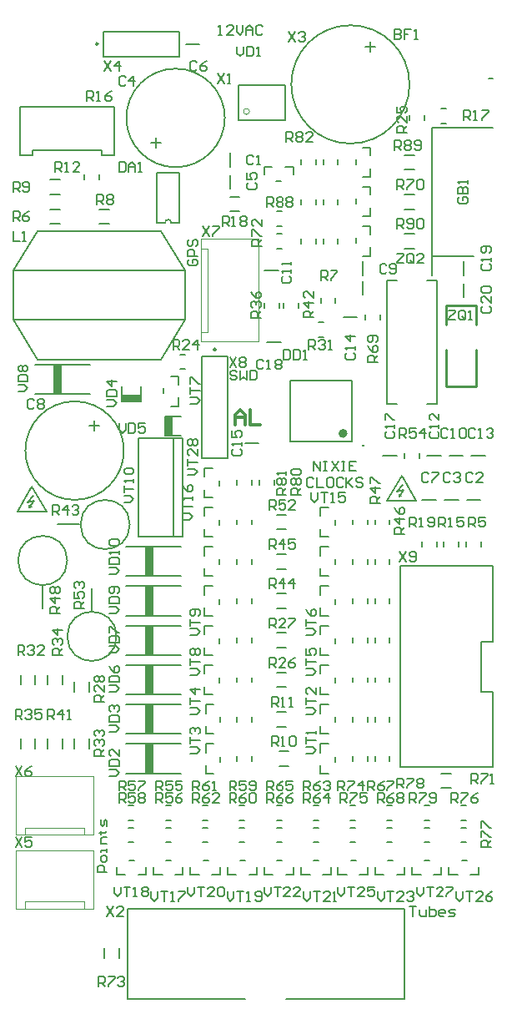
<source format=gto>
G04*
G04 #@! TF.GenerationSoftware,Altium Limited,Altium Designer,18.0.12 (696)*
G04*
G04 Layer_Color=65535*
%FSAX43Y43*%
%MOMM*%
G71*
G01*
G75*
%ADD10C,0.200*%
%ADD11C,0.500*%
%ADD12C,0.254*%
%ADD13C,0.100*%
%ADD14C,0.300*%
%ADD15R,0.900X3.000*%
%ADD16R,2.100X0.800*%
%ADD17R,0.800X2.100*%
D10*
X0022250Y0090000D02*
G03*
X0022250Y0090000I-0005000J0000000D01*
G01*
X0012000Y0056250D02*
G03*
X0012000Y0056250I-0005000J0000000D01*
G01*
X0016817Y0079365D02*
G03*
X0016183Y0079365I-0000317J0000000D01*
G01*
X0012600Y0048750D02*
G03*
X0012600Y0048750I-0002500J0000000D01*
G01*
X0006250Y0045100D02*
G03*
X0006250Y0045100I-0002500J0000000D01*
G01*
X0011250Y0037400D02*
G03*
X0011250Y0037400I-0002500J0000000D01*
G01*
X0041000Y0093400D02*
G03*
X0041000Y0093400I-0006000J0000000D01*
G01*
X0022750Y0085050D02*
Y0086450D01*
X0014742Y0087500D02*
X0015758D01*
X0015250Y0086992D02*
Y0088008D01*
X0022750Y0082800D02*
Y0084200D01*
X0008492Y0058750D02*
X0009508D01*
X0009000Y0058242D02*
Y0059258D01*
X0026300Y0074500D02*
X0027700D01*
X0026550Y0067250D02*
X0027950D01*
X0016817Y0079365D02*
X0017655D01*
X0015345D02*
X0016183D01*
X0015345D02*
Y0084445D01*
X0017655D01*
Y0079365D02*
Y0084445D01*
X0028885Y0057135D02*
X0035115D01*
X0028885D02*
Y0063365D01*
X0035115D01*
Y0057135D02*
Y0063365D01*
X0000750Y0074500D02*
X0018250D01*
Y0069500D02*
Y0074500D01*
X0000750Y0069500D02*
X0018250D01*
X0000750D02*
Y0074500D01*
X0003250Y0078500D01*
X0015750D01*
X0018250Y0074500D01*
X0015750Y0065500D02*
X0018250Y0069500D01*
X0003250Y0065500D02*
X0015750D01*
X0000750Y0069500D02*
X0003250Y0065500D01*
X0039000Y0044750D02*
Y0045250D01*
X0037500Y0044750D02*
Y0045250D01*
X0036750Y0044750D02*
Y0045250D01*
X0035250Y0044750D02*
Y0045250D01*
X0039000Y0040750D02*
Y0041250D01*
X0037500Y0040750D02*
Y0041250D01*
X0036750Y0040750D02*
Y0041250D01*
X0035250Y0040750D02*
Y0041250D01*
X0004500Y0080750D02*
X0005500D01*
X0004500Y0079250D02*
X0005500D01*
X0009500D02*
X0010500D01*
X0009500Y0080750D02*
X0010500D01*
X0004500Y0082250D02*
X0005500D01*
X0004500Y0083750D02*
X0005500D01*
X0008000D02*
Y0084250D01*
X0009500Y0083750D02*
Y0084250D01*
X0023500Y0044750D02*
Y0045250D01*
X0025000Y0044750D02*
Y0045250D01*
X0023500Y0040750D02*
Y0041250D01*
X0025000Y0040750D02*
Y0041250D01*
X0022750Y0080500D02*
X0023750D01*
X0022750Y0082000D02*
X0023750D01*
X0039000Y0036750D02*
Y0037250D01*
X0037500Y0036750D02*
Y0037250D01*
X0036750Y0036750D02*
Y0037250D01*
X0035250Y0036750D02*
Y0037250D01*
X0039000Y0032750D02*
Y0033250D01*
X0037500Y0032750D02*
Y0033250D01*
X0036750Y0032750D02*
Y0033250D01*
X0035250Y0032750D02*
Y0033250D01*
X0017750Y0064500D02*
X0018250D01*
X0017750Y0066000D02*
X0018250D01*
X0023500Y0036750D02*
Y0037250D01*
X0025000Y0036750D02*
Y0037250D01*
X0023500Y0032750D02*
Y0033250D01*
X0025000Y0032750D02*
Y0033250D01*
X0008500Y0031750D02*
Y0032750D01*
X0007000Y0031750D02*
Y0032750D01*
Y0026000D02*
Y0027000D01*
X0008500Y0026000D02*
Y0027000D01*
X0026250Y0070750D02*
Y0071250D01*
X0027750Y0070750D02*
Y0071250D01*
X0039000Y0028750D02*
Y0029250D01*
X0037500Y0028750D02*
Y0029250D01*
X0036750Y0028750D02*
Y0029250D01*
X0035250Y0028750D02*
Y0029250D01*
X0039000Y0024750D02*
Y0025250D01*
X0037500Y0024750D02*
Y0025250D01*
X0004250Y0026000D02*
Y0027000D01*
X0005750Y0026000D02*
Y0027000D01*
X0005250Y0048750D02*
X0007500D01*
X0027750Y0025750D02*
X0028750D01*
X0027750Y0024250D02*
X0028750D01*
X0003750Y0040250D02*
Y0042500D01*
X0025000Y0048750D02*
Y0049250D01*
X0023500Y0048750D02*
Y0049250D01*
Y0028750D02*
Y0029250D01*
X0025000Y0028750D02*
Y0029250D01*
X0023500Y0024750D02*
Y0025250D01*
X0025000Y0024750D02*
Y0025250D01*
X0027500Y0049750D02*
X0028500D01*
X0027500Y0048250D02*
X0028500D01*
X0008750Y0040000D02*
Y0042250D01*
X0016250Y0020250D02*
X0016750D01*
X0016250Y0018750D02*
X0016750D01*
X0016250Y0018000D02*
X0016750D01*
X0016250Y0016500D02*
X0016750D01*
X0012500Y0020250D02*
X0013000D01*
X0012500Y0018750D02*
X0013000D01*
X0012500Y0018000D02*
X0013000D01*
X0012500Y0016500D02*
X0013000D01*
X0023750Y0020250D02*
X0024250D01*
X0023750Y0018750D02*
X0024250D01*
X0023750Y0018000D02*
X0024250D01*
X0023750Y0016500D02*
X0024250D01*
X0020000Y0020250D02*
X0020500D01*
X0020000Y0018750D02*
X0020500D01*
X0020000Y0018000D02*
X0020500D01*
X0020000Y0016500D02*
X0020500D01*
X0031250Y0020250D02*
X0031750D01*
X0031250Y0018750D02*
X0031750D01*
X0031250Y0018000D02*
X0031750D01*
X0031250Y0016500D02*
X0031750D01*
X0027500Y0020250D02*
X0028000D01*
X0027500Y0018750D02*
X0028000D01*
X0027500Y0018000D02*
X0028000D01*
X0027500Y0016500D02*
X0028000D01*
X0038750Y0020250D02*
X0039250D01*
X0038750Y0018750D02*
X0039250D01*
X0038750Y0018000D02*
X0039250D01*
X0038750Y0016500D02*
X0039250D01*
X0035000Y0020250D02*
X0035500D01*
X0035000Y0018750D02*
X0035500D01*
X0035000Y0018000D02*
X0035500D01*
X0035000Y0016500D02*
X0035500D01*
X0046250Y0020250D02*
X0046750D01*
X0046250Y0018750D02*
X0046750D01*
X0046250Y0018000D02*
X0046750D01*
X0046250Y0016500D02*
X0046750D01*
X0042500Y0020250D02*
X0043000D01*
X0042500Y0018750D02*
X0043000D01*
X0042500Y0018000D02*
X0043000D01*
X0042500Y0016500D02*
X0043000D01*
X0027250Y0052750D02*
Y0053250D01*
X0025750Y0052750D02*
Y0053250D01*
X0025000Y0052750D02*
Y0053250D01*
X0023500Y0052750D02*
Y0053250D01*
X0032250Y0085250D02*
Y0085750D01*
X0033750Y0085250D02*
Y0085750D01*
X0030000Y0081250D02*
Y0081750D01*
X0031500Y0081250D02*
Y0081750D01*
X0032250Y0081250D02*
Y0081750D01*
X0033750Y0081250D02*
Y0081750D01*
X0030000Y0077250D02*
Y0077750D01*
X0031500Y0077250D02*
Y0077750D01*
X0032250Y0077250D02*
Y0077750D01*
X0033750Y0077250D02*
Y0077750D01*
X0044250Y0023500D02*
X0045250D01*
X0044250Y0022000D02*
X0045250D01*
X0011500Y0004750D02*
Y0005750D01*
X0010000Y0004750D02*
Y0005750D01*
X0012200Y0046500D02*
X0017800D01*
X0012200Y0043500D02*
X0017800D01*
X0012200Y0042500D02*
X0017800D01*
X0012200Y0039500D02*
X0017800D01*
X0011750Y0061200D02*
Y0062800D01*
Y0061200D02*
X0013750D01*
Y0062800D01*
X0016200Y0059750D02*
X0017800D01*
X0016200Y0057750D02*
Y0059750D01*
Y0057750D02*
X0017800D01*
X0012200Y0038500D02*
X0017800D01*
X0012200Y0035500D02*
X0017800D01*
X0012200Y0034500D02*
X0017800D01*
X0012200Y0031500D02*
X0017800D01*
X0002950Y0065000D02*
X0008550D01*
X0002950Y0062000D02*
X0008550D01*
X0012200Y0030500D02*
X0017800D01*
X0012200Y0027500D02*
X0017800D01*
X0012200Y0026500D02*
X0017800D01*
X0012200Y0023500D02*
X0017800D01*
X0016750Y0063750D02*
X0017550D01*
Y0062950D02*
Y0063750D01*
Y0060750D02*
Y0061650D01*
X0016750Y0060750D02*
X0017550D01*
X0016050Y0062050D02*
Y0062550D01*
X0017000Y0047500D02*
Y0057500D01*
X0013500Y0047500D02*
Y0057500D01*
X0018000D01*
X0013500Y0047500D02*
X0018000D01*
Y0057500D01*
Y0013200D02*
Y0014000D01*
X0017200Y0013200D02*
X0018000D01*
X0015000D02*
X0015900D01*
X0015000D02*
Y0014000D01*
X0016300Y0014700D02*
X0016800D01*
X0014250Y0013200D02*
Y0014000D01*
X0013450Y0013200D02*
X0014250D01*
X0011250D02*
X0012150D01*
X0011250D02*
Y0014000D01*
X0012550Y0014700D02*
X0013050D01*
X0025500Y0013200D02*
Y0014000D01*
X0024700Y0013200D02*
X0025500D01*
X0022500D02*
X0023400D01*
X0022500D02*
Y0014000D01*
X0023800Y0014700D02*
X0024300D01*
X0021750Y0013200D02*
Y0014000D01*
X0020950Y0013200D02*
X0021750D01*
X0018750D02*
X0019650D01*
X0018750D02*
Y0014000D01*
X0020050Y0014700D02*
X0020550D01*
X0033000Y0013200D02*
Y0014000D01*
X0032200Y0013200D02*
X0033000D01*
X0030000D02*
X0030900D01*
X0030000D02*
Y0014000D01*
X0031300Y0014700D02*
X0031800D01*
X0029250Y0013200D02*
Y0014000D01*
X0028450Y0013200D02*
X0029250D01*
X0026250D02*
X0027150D01*
X0026250D02*
Y0014000D01*
X0027550Y0014700D02*
X0028050D01*
X0040500Y0013200D02*
Y0014000D01*
X0039700Y0013200D02*
X0040500D01*
X0037500D02*
X0038400D01*
X0037500D02*
Y0014000D01*
X0038800Y0014700D02*
X0039300D01*
X0036750Y0013200D02*
Y0014000D01*
X0035950Y0013200D02*
X0036750D01*
X0033750D02*
X0034650D01*
X0033750D02*
Y0014000D01*
X0035050Y0014700D02*
X0035550D01*
X0048000Y0013200D02*
Y0014000D01*
X0047200Y0013200D02*
X0048000D01*
X0045000D02*
X0045900D01*
X0045000D02*
Y0014000D01*
X0046300Y0014700D02*
X0046800D01*
X0044250Y0013200D02*
Y0014000D01*
X0043450Y0013200D02*
X0044250D01*
X0041250D02*
X0042150D01*
X0041250D02*
Y0014000D01*
X0042550Y0014700D02*
X0043050D01*
X0020200Y0051500D02*
X0021000D01*
X0020200D02*
Y0052300D01*
Y0053600D02*
Y0054500D01*
X0021000D01*
X0021700Y0052700D02*
Y0053200D01*
X0036250Y0087000D02*
X0037050D01*
Y0086200D02*
Y0087000D01*
Y0084000D02*
Y0084900D01*
X0036250Y0084000D02*
X0037050D01*
X0035550Y0085300D02*
Y0085800D01*
X0036250Y0083000D02*
X0037050D01*
Y0082200D02*
Y0083000D01*
Y0080000D02*
Y0080900D01*
X0036250Y0080000D02*
X0037050D01*
X0035550Y0081300D02*
Y0081800D01*
X0022500Y0055500D02*
X0022500Y0065800D01*
X0019950Y0055500D02*
X0022500Y0055500D01*
X0019950Y0055500D02*
Y0065800D01*
X0022500D01*
X0048250Y0036850D02*
X0049450D01*
X0048250Y0031750D02*
Y0036850D01*
Y0031750D02*
X0049450D01*
X0040050Y0024150D02*
Y0044550D01*
X0049450Y0044550D01*
Y0036850D02*
Y0044550D01*
X0040050Y0024150D02*
X0049450D01*
Y0031750D01*
X0028500Y0000650D02*
X0040500D01*
Y0009750D01*
X0012400D02*
X0040500D01*
X0012400Y0000650D02*
Y0009750D01*
Y0000650D02*
X0024300Y0000650D01*
X0036750Y0024750D02*
Y0025250D01*
X0035250Y0024750D02*
Y0025250D01*
X0027500Y0029750D02*
X0028500D01*
X0027500Y0028250D02*
X0028500D01*
X0027500Y0033750D02*
X0028500D01*
X0027500Y0032250D02*
X0028500D01*
X0027500Y0037750D02*
X0028500D01*
X0027500Y0036250D02*
X0028500D01*
X0027500Y0041750D02*
X0028500D01*
X0027500Y0040250D02*
X0028500D01*
X0027500Y0045750D02*
X0028500D01*
X0027500Y0044250D02*
X0028500D01*
X0031950Y0043500D02*
X0032750D01*
X0031950D02*
Y0044300D01*
Y0045600D02*
Y0046500D01*
X0032750D01*
X0033450Y0044700D02*
Y0045200D01*
X0031950Y0023500D02*
X0032750D01*
X0031950D02*
Y0024300D01*
Y0025600D02*
Y0026500D01*
X0032750D01*
X0033450Y0024700D02*
Y0025200D01*
X0001500Y0026000D02*
Y0027000D01*
X0003000Y0026000D02*
Y0027000D01*
Y0032500D02*
Y0033500D01*
X0001500Y0032500D02*
Y0033500D01*
X0005750Y0032500D02*
Y0033500D01*
X0004250Y0032500D02*
Y0033500D01*
X0001450Y0091150D02*
X0011050D01*
Y0086250D02*
Y0091150D01*
X0009750Y0086250D02*
X0011050D01*
X0009750D02*
Y0086750D01*
X0002750D02*
X0009750D01*
X0002750Y0086250D02*
Y0086750D01*
X0001450Y0086250D02*
X0002750D01*
X0001450D02*
Y0091150D01*
X0009950Y0096200D02*
Y0098750D01*
Y0096200D02*
X0017650D01*
Y0098750D01*
X0009950D02*
X0017650D01*
X0023650Y0089750D02*
X0028350D01*
Y0093350D01*
X0023650D02*
X0028350D01*
X0023650Y0089750D02*
Y0093350D01*
X0018300Y0097500D02*
X0019700D01*
X0037000Y0096692D02*
Y0097708D01*
X0036492Y0097200D02*
X0037508D01*
X0040500Y0078250D02*
X0041500D01*
X0040500Y0076750D02*
X0041500D01*
X0040500Y0082250D02*
X0041500D01*
X0040500Y0080750D02*
X0041500D01*
X0040500Y0086250D02*
X0041500D01*
X0040500Y0084750D02*
X0041500D01*
X0041000Y0089750D02*
Y0090250D01*
X0042500Y0089750D02*
Y0090250D01*
X0044250Y0089450D02*
X0044750D01*
X0044250Y0090950D02*
X0044750D01*
X0046500Y0071800D02*
Y0073200D01*
Y0074050D02*
Y0075450D01*
X0038750Y0061000D02*
X0039750D01*
X0038750D02*
Y0073500D01*
X0039750D01*
X0042750Y0061000D02*
X0043750D01*
Y0073500D01*
X0042750D02*
X0043750D01*
X0038300Y0055750D02*
X0039700D01*
X0040500Y0055500D02*
Y0056000D01*
X0042000Y0055500D02*
Y0056000D01*
X0042800Y0055750D02*
X0044200D01*
X0045050D02*
X0046450D01*
X0047300D02*
X0048700D01*
X0042300Y0051250D02*
X0043700D01*
X0044550D02*
X0045950D01*
X0046800D02*
X0048200D01*
X0042250Y0046500D02*
Y0047000D01*
X0043750Y0046500D02*
Y0047000D01*
X0044500Y0046500D02*
Y0047000D01*
X0046000Y0046500D02*
Y0047000D01*
X0046750Y0046500D02*
Y0047000D01*
X0048250Y0046500D02*
Y0047000D01*
X0024300Y0057000D02*
X0025700D01*
X0034300Y0069750D02*
X0035700D01*
X0031750Y0069250D02*
X0032250D01*
X0031750Y0067750D02*
X0032250D01*
X0033500Y0071250D02*
Y0071750D01*
X0032000Y0071250D02*
Y0071750D01*
X0028250Y0070750D02*
Y0071250D01*
X0029750Y0070750D02*
Y0071250D01*
X0027500Y0078250D02*
X0028000D01*
X0027500Y0076750D02*
X0028000D01*
X0027500Y0080500D02*
X0028000D01*
X0027500Y0079000D02*
X0028000D01*
X0027450Y0083550D02*
X0027950D01*
X0029250Y0084250D02*
Y0085050D01*
X0028350D02*
X0029250D01*
X0026250D02*
X0027050D01*
X0026250Y0084250D02*
Y0085050D01*
X0031950Y0027500D02*
X0032750D01*
X0031950D02*
Y0028300D01*
Y0029600D02*
Y0030500D01*
X0032750D01*
X0033450Y0028700D02*
Y0029200D01*
X0031950Y0031500D02*
X0032750D01*
X0031950D02*
Y0032300D01*
Y0033600D02*
Y0034500D01*
X0032750D01*
X0033450Y0032700D02*
Y0033200D01*
X0031950Y0035500D02*
X0032750D01*
X0031950D02*
Y0036300D01*
Y0037600D02*
Y0038500D01*
X0032750D01*
X0033450Y0036700D02*
Y0037200D01*
X0031950Y0039500D02*
X0032750D01*
X0031950D02*
Y0040300D01*
Y0041600D02*
Y0042500D01*
X0032750D01*
X0033450Y0040700D02*
Y0041200D01*
X0039000Y0048750D02*
Y0049250D01*
X0037500Y0048750D02*
Y0049250D01*
X0036750Y0048750D02*
Y0049250D01*
X0035250Y0048750D02*
Y0049250D01*
X0031950Y0047500D02*
X0032750D01*
X0031950D02*
Y0048300D01*
Y0049600D02*
Y0050500D01*
X0032750D01*
X0033450Y0048700D02*
Y0049200D01*
X0020200Y0047500D02*
X0021000D01*
X0020200D02*
Y0048300D01*
Y0049600D02*
Y0050500D01*
X0021000D01*
X0021700Y0048700D02*
Y0049200D01*
X0020200Y0043500D02*
X0021000D01*
X0020200D02*
Y0044300D01*
Y0045600D02*
Y0046500D01*
X0021000D01*
X0021700Y0044700D02*
Y0045200D01*
X0020200Y0039500D02*
X0021000D01*
X0020200D02*
Y0040300D01*
Y0041600D02*
Y0042500D01*
X0021000D01*
X0021700Y0040700D02*
Y0041200D01*
X0020200Y0035500D02*
X0021000D01*
X0020200D02*
Y0036300D01*
Y0037600D02*
Y0038500D01*
X0021000D01*
X0021700Y0036700D02*
Y0037200D01*
X0020200Y0031500D02*
X0021000D01*
X0020200D02*
Y0032300D01*
Y0033600D02*
Y0034500D01*
X0021000D01*
X0021700Y0032700D02*
Y0033200D01*
X0020300Y0027500D02*
X0021100D01*
X0020300D02*
Y0028300D01*
Y0029600D02*
Y0030500D01*
X0021100D01*
X0021800Y0028700D02*
Y0029200D01*
X0020300Y0023500D02*
X0021100D01*
X0020300D02*
Y0024300D01*
Y0025600D02*
Y0026500D01*
X0021100D01*
X0021800Y0024700D02*
Y0025200D01*
X0036500Y0069500D02*
Y0070000D01*
X0038000Y0069500D02*
Y0070000D01*
X0036250Y0072050D02*
Y0073450D01*
Y0074050D02*
Y0075450D01*
Y0079000D02*
X0037050D01*
Y0078200D02*
Y0079000D01*
Y0076000D02*
Y0076900D01*
X0036250Y0076000D02*
X0037050D01*
X0035550Y0077300D02*
Y0077800D01*
X0030000Y0085250D02*
Y0085750D01*
X0031500Y0085250D02*
Y0085750D01*
X0043250Y0089000D02*
X0049500D01*
X0043250Y0074000D02*
Y0089000D01*
X0049000Y0094000D02*
X0049500D01*
X0043250Y0076000D02*
X0047500D01*
X0001180Y0050100D02*
X0002680Y0052600D01*
X0001180Y0050100D02*
X0004180D01*
X0002680Y0052600D02*
X0004180Y0050100D01*
X0002223Y0051000D02*
X0002823Y0051700D01*
X0002223Y0051000D02*
X0002923Y0051200D01*
X0002423Y0050500D02*
X0002923Y0051200D01*
X0002423Y0050500D02*
Y0050700D01*
Y0050500D02*
X0002623Y0050600D01*
X0039943Y0051600D02*
X0040143Y0051700D01*
X0039943Y0051600D02*
Y0051800D01*
Y0051600D02*
X0040443Y0052300D01*
X0039743Y0052100D02*
X0040443Y0052300D01*
X0039743Y0052100D02*
X0040343Y0052800D01*
X0040200Y0053700D02*
X0041700Y0051200D01*
X0038700D02*
X0041700D01*
X0038700D02*
X0040200Y0053700D01*
X0031266Y0054180D02*
Y0055179D01*
X0031933Y0054180D01*
Y0055179D01*
X0032266D02*
X0032599D01*
X0032433D01*
Y0054180D01*
X0032266D01*
X0032599D01*
X0033099Y0055179D02*
X0033766Y0054180D01*
Y0055179D02*
X0033099Y0054180D01*
X0034099Y0055179D02*
X0034432D01*
X0034265D01*
Y0054180D01*
X0034099D01*
X0034432D01*
X0035598Y0055179D02*
X0034932D01*
Y0054180D01*
X0035598D01*
X0034932Y0054679D02*
X0035265D01*
X0031266Y0053333D02*
X0031100Y0053500D01*
X0030767D01*
X0030600Y0053333D01*
Y0052667D01*
X0030767Y0052500D01*
X0031100D01*
X0031266Y0052667D01*
X0031600Y0053500D02*
Y0052500D01*
X0032266D01*
X0033099Y0053500D02*
X0032766D01*
X0032599Y0053333D01*
Y0052667D01*
X0032766Y0052500D01*
X0033099D01*
X0033266Y0052667D01*
Y0053333D01*
X0033099Y0053500D01*
X0034265Y0053333D02*
X0034099Y0053500D01*
X0033766D01*
X0033599Y0053333D01*
Y0052667D01*
X0033766Y0052500D01*
X0034099D01*
X0034265Y0052667D01*
X0034599Y0053500D02*
Y0052500D01*
Y0052833D01*
X0035265Y0053500D01*
X0034765Y0053000D01*
X0035265Y0052500D01*
X0036265Y0053333D02*
X0036098Y0053500D01*
X0035765D01*
X0035598Y0053333D01*
Y0053166D01*
X0035765Y0053000D01*
X0036098D01*
X0036265Y0052833D01*
Y0052667D01*
X0036098Y0052500D01*
X0035765D01*
X0035598Y0052667D01*
X0021600Y0098400D02*
X0021933D01*
X0021767D01*
Y0099400D01*
X0021600Y0099233D01*
X0023100Y0098400D02*
X0022433D01*
X0023100Y0099066D01*
Y0099233D01*
X0022933Y0099400D01*
X0022600D01*
X0022433Y0099233D01*
X0023433Y0099400D02*
Y0098733D01*
X0023766Y0098400D01*
X0024099Y0098733D01*
Y0099400D01*
X0024432Y0098400D02*
Y0099066D01*
X0024766Y0099400D01*
X0025099Y0099066D01*
Y0098400D01*
Y0098900D01*
X0024432D01*
X0026099Y0099233D02*
X0025932Y0099400D01*
X0025599D01*
X0025432Y0099233D01*
Y0098567D01*
X0025599Y0098400D01*
X0025932D01*
X0026099Y0098567D01*
X0046067Y0081966D02*
X0045900Y0081800D01*
Y0081467D01*
X0046067Y0081300D01*
X0046733D01*
X0046900Y0081467D01*
Y0081800D01*
X0046733Y0081966D01*
X0046400D01*
Y0081633D01*
X0045900Y0082300D02*
X0046900D01*
Y0082800D01*
X0046733Y0082966D01*
X0046567D01*
X0046400Y0082800D01*
Y0082300D01*
Y0082800D01*
X0046234Y0082966D01*
X0046067D01*
X0045900Y0082800D01*
Y0082300D01*
X0046900Y0083299D02*
Y0083633D01*
Y0083466D01*
X0045900D01*
X0046067Y0083299D01*
X0010300Y0013500D02*
X0009300D01*
Y0014000D01*
X0009467Y0014166D01*
X0009800D01*
X0009967Y0014000D01*
Y0013500D01*
X0010300Y0014666D02*
Y0015000D01*
X0010133Y0015166D01*
X0009800D01*
X0009634Y0015000D01*
Y0014666D01*
X0009800Y0014500D01*
X0010133D01*
X0010300Y0014666D01*
Y0015499D02*
Y0015833D01*
Y0015666D01*
X0009634D01*
Y0015499D01*
X0010300Y0016332D02*
X0009634D01*
Y0016832D01*
X0009800Y0016999D01*
X0010300D01*
X0009467Y0017499D02*
X0009634D01*
Y0017332D01*
Y0017665D01*
Y0017499D01*
X0010133D01*
X0010300Y0017665D01*
Y0018165D02*
Y0018665D01*
X0010133Y0018832D01*
X0009967Y0018665D01*
Y0018332D01*
X0009800Y0018165D01*
X0009634Y0018332D01*
Y0018832D01*
X0023466Y0064233D02*
X0023300Y0064400D01*
X0022967D01*
X0022800Y0064233D01*
Y0064066D01*
X0022967Y0063900D01*
X0023300D01*
X0023466Y0063733D01*
Y0063567D01*
X0023300Y0063400D01*
X0022967D01*
X0022800Y0063567D01*
X0023800Y0064400D02*
Y0063400D01*
X0024133Y0063733D01*
X0024466Y0063400D01*
Y0064400D01*
X0024799D02*
Y0063400D01*
X0025299D01*
X0025466Y0063567D01*
Y0064233D01*
X0025299Y0064400D01*
X0024799D01*
X0018667Y0075666D02*
X0018500Y0075500D01*
Y0075167D01*
X0018667Y0075000D01*
X0019333D01*
X0019500Y0075167D01*
Y0075500D01*
X0019333Y0075666D01*
X0019000D01*
Y0075333D01*
X0019500Y0076000D02*
X0018500D01*
Y0076500D01*
X0018667Y0076666D01*
X0019000D01*
X0019167Y0076500D01*
Y0076000D01*
X0018667Y0077666D02*
X0018500Y0077499D01*
Y0077166D01*
X0018667Y0076999D01*
X0018834D01*
X0019000Y0077166D01*
Y0077499D01*
X0019167Y0077666D01*
X0019333D01*
X0019500Y0077499D01*
Y0077166D01*
X0019333Y0076999D01*
X0041000Y0010000D02*
X0041666D01*
X0041333D01*
Y0009000D01*
X0042000Y0009666D02*
Y0009167D01*
X0042166Y0009000D01*
X0042666D01*
Y0009666D01*
X0042999Y0010000D02*
Y0009000D01*
X0043499D01*
X0043666Y0009167D01*
Y0009333D01*
Y0009500D01*
X0043499Y0009666D01*
X0042999D01*
X0044499Y0009000D02*
X0044166D01*
X0043999Y0009167D01*
Y0009500D01*
X0044166Y0009666D01*
X0044499D01*
X0044665Y0009500D01*
Y0009333D01*
X0043999D01*
X0044999Y0009000D02*
X0045499D01*
X0045665Y0009167D01*
X0045499Y0009333D01*
X0045165D01*
X0044999Y0009500D01*
X0045165Y0009666D01*
X0045665D01*
X0028750Y0098750D02*
X0029416Y0097750D01*
Y0098750D02*
X0028750Y0097750D01*
X0029750Y0098583D02*
X0029916Y0098750D01*
X0030250D01*
X0030416Y0098583D01*
Y0098416D01*
X0030250Y0098250D01*
X0030083D01*
X0030250D01*
X0030416Y0098083D01*
Y0097917D01*
X0030250Y0097750D01*
X0029916D01*
X0029750Y0097917D01*
X0021500Y0094500D02*
X0022166Y0093500D01*
Y0094500D02*
X0021500Y0093500D01*
X0022500D02*
X0022833D01*
X0022666D01*
Y0094500D01*
X0022500Y0094333D01*
X0026500Y0081000D02*
Y0082000D01*
X0027000D01*
X0027166Y0081833D01*
Y0081500D01*
X0027000Y0081333D01*
X0026500D01*
X0026833D02*
X0027166Y0081000D01*
X0027500Y0081833D02*
X0027666Y0082000D01*
X0028000D01*
X0028166Y0081833D01*
Y0081666D01*
X0028000Y0081500D01*
X0028166Y0081333D01*
Y0081167D01*
X0028000Y0081000D01*
X0027666D01*
X0027500Y0081167D01*
Y0081333D01*
X0027666Y0081500D01*
X0027500Y0081666D01*
Y0081833D01*
X0027666Y0081500D02*
X0028000D01*
X0028499Y0081833D02*
X0028666Y0082000D01*
X0028999D01*
X0029166Y0081833D01*
Y0081666D01*
X0028999Y0081500D01*
X0029166Y0081333D01*
Y0081167D01*
X0028999Y0081000D01*
X0028666D01*
X0028499Y0081167D01*
Y0081333D01*
X0028666Y0081500D01*
X0028499Y0081666D01*
Y0081833D01*
X0028666Y0081500D02*
X0028999D01*
X0026000Y0077000D02*
X0025000D01*
Y0077500D01*
X0025167Y0077666D01*
X0025500D01*
X0025667Y0077500D01*
Y0077000D01*
Y0077333D02*
X0026000Y0077666D01*
X0025000Y0078000D02*
Y0078666D01*
X0025167D01*
X0025833Y0078000D01*
X0026000D01*
Y0079666D02*
Y0078999D01*
X0025334Y0079666D01*
X0025167D01*
X0025000Y0079499D01*
Y0079166D01*
X0025167Y0078999D01*
X0039500Y0099000D02*
Y0098000D01*
X0040000D01*
X0040166Y0098167D01*
Y0098333D01*
X0040000Y0098500D01*
X0039500D01*
X0040000D01*
X0040166Y0098666D01*
Y0098833D01*
X0040000Y0099000D01*
X0039500D01*
X0041166D02*
X0040500D01*
Y0098500D01*
X0040833D01*
X0040500D01*
Y0098000D01*
X0041499D02*
X0041833D01*
X0041666D01*
Y0099000D01*
X0041499Y0098833D01*
X0010250Y0010000D02*
X0010916Y0009000D01*
Y0010000D02*
X0010250Y0009000D01*
X0011916D02*
X0011250D01*
X0011916Y0009666D01*
Y0009833D01*
X0011750Y0010000D01*
X0011416D01*
X0011250Y0009833D01*
X0025166Y0086083D02*
X0025000Y0086250D01*
X0024667D01*
X0024500Y0086083D01*
Y0085417D01*
X0024667Y0085250D01*
X0025000D01*
X0025166Y0085417D01*
X0025500Y0085250D02*
X0025833D01*
X0025666D01*
Y0086250D01*
X0025500Y0086083D01*
X0047416Y0053833D02*
X0047250Y0054000D01*
X0046917D01*
X0046750Y0053833D01*
Y0053167D01*
X0046917Y0053000D01*
X0047250D01*
X0047416Y0053167D01*
X0048416Y0053000D02*
X0047750D01*
X0048416Y0053666D01*
Y0053833D01*
X0048250Y0054000D01*
X0047916D01*
X0047750Y0053833D01*
X0012166Y0094083D02*
X0012000Y0094250D01*
X0011667D01*
X0011500Y0094083D01*
Y0093417D01*
X0011667Y0093250D01*
X0012000D01*
X0012166Y0093417D01*
X0013000Y0093250D02*
Y0094250D01*
X0012500Y0093750D01*
X0013166D01*
X0045166Y0053833D02*
X0045000Y0054000D01*
X0044667D01*
X0044500Y0053833D01*
Y0053167D01*
X0044667Y0053000D01*
X0045000D01*
X0045166Y0053167D01*
X0045500Y0053833D02*
X0045666Y0054000D01*
X0046000D01*
X0046166Y0053833D01*
Y0053666D01*
X0046000Y0053500D01*
X0045833D01*
X0046000D01*
X0046166Y0053333D01*
Y0053167D01*
X0046000Y0053000D01*
X0045666D01*
X0045500Y0053167D01*
X0024667Y0083416D02*
X0024500Y0083250D01*
Y0082917D01*
X0024667Y0082750D01*
X0025333D01*
X0025500Y0082917D01*
Y0083250D01*
X0025333Y0083416D01*
X0024500Y0084416D02*
Y0083750D01*
X0025000D01*
X0024834Y0084083D01*
Y0084250D01*
X0025000Y0084416D01*
X0025333D01*
X0025500Y0084250D01*
Y0083916D01*
X0025333Y0083750D01*
X0042916Y0053833D02*
X0042750Y0054000D01*
X0042417D01*
X0042250Y0053833D01*
Y0053167D01*
X0042417Y0053000D01*
X0042750D01*
X0042916Y0053167D01*
X0043250Y0054000D02*
X0043916D01*
Y0053833D01*
X0043250Y0053167D01*
Y0053000D01*
X0002916Y0061333D02*
X0002750Y0061500D01*
X0002417D01*
X0002250Y0061333D01*
Y0060667D01*
X0002417Y0060500D01*
X0002750D01*
X0002916Y0060667D01*
X0003250Y0061333D02*
X0003416Y0061500D01*
X0003750D01*
X0003916Y0061333D01*
Y0061166D01*
X0003750Y0061000D01*
X0003916Y0060833D01*
Y0060667D01*
X0003750Y0060500D01*
X0003416D01*
X0003250Y0060667D01*
Y0060833D01*
X0003416Y0061000D01*
X0003250Y0061166D01*
Y0061333D01*
X0003416Y0061000D02*
X0003750D01*
X0038666Y0075033D02*
X0038500Y0075200D01*
X0038167D01*
X0038000Y0075033D01*
Y0074367D01*
X0038167Y0074200D01*
X0038500D01*
X0038666Y0074367D01*
X0039000D02*
X0039166Y0074200D01*
X0039500D01*
X0039666Y0074367D01*
Y0075033D01*
X0039500Y0075200D01*
X0039166D01*
X0039000Y0075033D01*
Y0074866D01*
X0039166Y0074700D01*
X0039666D01*
X0044916Y0058333D02*
X0044750Y0058500D01*
X0044417D01*
X0044250Y0058333D01*
Y0057667D01*
X0044417Y0057500D01*
X0044750D01*
X0044916Y0057667D01*
X0045250Y0057500D02*
X0045583D01*
X0045416D01*
Y0058500D01*
X0045250Y0058333D01*
X0046083D02*
X0046249Y0058500D01*
X0046583D01*
X0046749Y0058333D01*
Y0057667D01*
X0046583Y0057500D01*
X0046249D01*
X0046083Y0057667D01*
Y0058333D01*
X0028167Y0073916D02*
X0028000Y0073750D01*
Y0073417D01*
X0028167Y0073250D01*
X0028833D01*
X0029000Y0073417D01*
Y0073750D01*
X0028833Y0073916D01*
X0029000Y0074250D02*
Y0074583D01*
Y0074416D01*
X0028000D01*
X0028167Y0074250D01*
X0029000Y0075083D02*
Y0075416D01*
Y0075249D01*
X0028000D01*
X0028167Y0075083D01*
X0043167Y0058166D02*
X0043000Y0058000D01*
Y0057667D01*
X0043167Y0057500D01*
X0043833D01*
X0044000Y0057667D01*
Y0058000D01*
X0043833Y0058166D01*
X0044000Y0058500D02*
Y0058833D01*
Y0058666D01*
X0043000D01*
X0043167Y0058500D01*
X0044000Y0059999D02*
Y0059333D01*
X0043334Y0059999D01*
X0043167D01*
X0043000Y0059833D01*
Y0059499D01*
X0043167Y0059333D01*
X0047666Y0058333D02*
X0047500Y0058500D01*
X0047167D01*
X0047000Y0058333D01*
Y0057667D01*
X0047167Y0057500D01*
X0047500D01*
X0047666Y0057667D01*
X0048000Y0057500D02*
X0048333D01*
X0048166D01*
Y0058500D01*
X0048000Y0058333D01*
X0048833D02*
X0048999Y0058500D01*
X0049333D01*
X0049499Y0058333D01*
Y0058166D01*
X0049333Y0058000D01*
X0049166D01*
X0049333D01*
X0049499Y0057833D01*
Y0057667D01*
X0049333Y0057500D01*
X0048999D01*
X0048833Y0057667D01*
X0034667Y0066166D02*
X0034500Y0066000D01*
Y0065667D01*
X0034667Y0065500D01*
X0035333D01*
X0035500Y0065667D01*
Y0066000D01*
X0035333Y0066166D01*
X0035500Y0066500D02*
Y0066833D01*
Y0066666D01*
X0034500D01*
X0034667Y0066500D01*
X0035500Y0067833D02*
X0034500D01*
X0035000Y0067333D01*
Y0067999D01*
X0023167Y0056416D02*
X0023000Y0056250D01*
Y0055917D01*
X0023167Y0055750D01*
X0023833D01*
X0024000Y0055917D01*
Y0056250D01*
X0023833Y0056416D01*
X0024000Y0056750D02*
Y0057083D01*
Y0056916D01*
X0023000D01*
X0023167Y0056750D01*
X0023000Y0058249D02*
Y0057583D01*
X0023500D01*
X0023334Y0057916D01*
Y0058083D01*
X0023500Y0058249D01*
X0023833D01*
X0024000Y0058083D01*
Y0057749D01*
X0023833Y0057583D01*
X0038667Y0058166D02*
X0038500Y0058000D01*
Y0057667D01*
X0038667Y0057500D01*
X0039333D01*
X0039500Y0057667D01*
Y0058000D01*
X0039333Y0058166D01*
X0039500Y0058500D02*
Y0058833D01*
Y0058666D01*
X0038500D01*
X0038667Y0058500D01*
X0038500Y0059333D02*
Y0059999D01*
X0038667D01*
X0039333Y0059333D01*
X0039500D01*
X0026166Y0065333D02*
X0026000Y0065500D01*
X0025667D01*
X0025500Y0065333D01*
Y0064667D01*
X0025667Y0064500D01*
X0026000D01*
X0026166Y0064667D01*
X0026500Y0064500D02*
X0026833D01*
X0026666D01*
Y0065500D01*
X0026500Y0065333D01*
X0027333D02*
X0027499Y0065500D01*
X0027833D01*
X0027999Y0065333D01*
Y0065166D01*
X0027833Y0065000D01*
X0027999Y0064833D01*
Y0064667D01*
X0027833Y0064500D01*
X0027499D01*
X0027333Y0064667D01*
Y0064833D01*
X0027499Y0065000D01*
X0027333Y0065166D01*
Y0065333D01*
X0027499Y0065000D02*
X0027833D01*
X0048417Y0075166D02*
X0048250Y0075000D01*
Y0074667D01*
X0048417Y0074500D01*
X0049083D01*
X0049250Y0074667D01*
Y0075000D01*
X0049083Y0075166D01*
X0049250Y0075500D02*
Y0075833D01*
Y0075666D01*
X0048250D01*
X0048417Y0075500D01*
X0049083Y0076333D02*
X0049250Y0076499D01*
Y0076833D01*
X0049083Y0076999D01*
X0048417D01*
X0048250Y0076833D01*
Y0076499D01*
X0048417Y0076333D01*
X0048584D01*
X0048750Y0076499D01*
Y0076999D01*
X0048417Y0070916D02*
X0048250Y0070750D01*
Y0070417D01*
X0048417Y0070250D01*
X0049083D01*
X0049250Y0070417D01*
Y0070750D01*
X0049083Y0070916D01*
X0049250Y0071916D02*
Y0071250D01*
X0048584Y0071916D01*
X0048417D01*
X0048250Y0071750D01*
Y0071416D01*
X0048417Y0071250D01*
Y0072249D02*
X0048250Y0072416D01*
Y0072749D01*
X0048417Y0072916D01*
X0049083D01*
X0049250Y0072749D01*
Y0072416D01*
X0049083Y0072249D01*
X0048417D01*
X0011500Y0085500D02*
Y0084500D01*
X0012000D01*
X0012166Y0084667D01*
Y0085333D01*
X0012000Y0085500D01*
X0011500D01*
X0012500Y0084500D02*
Y0085166D01*
X0012833Y0085500D01*
X0013166Y0085166D01*
Y0084500D01*
Y0085000D01*
X0012500D01*
X0013499Y0084500D02*
X0013833D01*
X0013666D01*
Y0085500D01*
X0013499Y0085333D01*
X0028250Y0066500D02*
Y0065500D01*
X0028750D01*
X0028916Y0065667D01*
Y0066333D01*
X0028750Y0066500D01*
X0028250D01*
X0029250D02*
Y0065500D01*
X0029750D01*
X0029916Y0065667D01*
Y0066333D01*
X0029750Y0066500D01*
X0029250D01*
X0030249Y0065500D02*
X0030583D01*
X0030416D01*
Y0066500D01*
X0030249Y0066333D01*
X0000750Y0078500D02*
Y0077500D01*
X0001416D01*
X0001750D02*
X0002083D01*
X0001916D01*
Y0078500D01*
X0001750Y0078333D01*
X0047000Y0048500D02*
Y0049500D01*
X0047500D01*
X0047666Y0049333D01*
Y0049000D01*
X0047500Y0048833D01*
X0047000D01*
X0047333D02*
X0047666Y0048500D01*
X0048666Y0049500D02*
X0048000D01*
Y0049000D01*
X0048333Y0049166D01*
X0048500D01*
X0048666Y0049000D01*
Y0048667D01*
X0048500Y0048500D01*
X0048166D01*
X0048000Y0048667D01*
X0000750Y0079500D02*
Y0080500D01*
X0001250D01*
X0001416Y0080333D01*
Y0080000D01*
X0001250Y0079833D01*
X0000750D01*
X0001083D02*
X0001416Y0079500D01*
X0002416Y0080500D02*
X0002083Y0080333D01*
X0001750Y0080000D01*
Y0079667D01*
X0001916Y0079500D01*
X0002250D01*
X0002416Y0079667D01*
Y0079833D01*
X0002250Y0080000D01*
X0001750D01*
X0032000Y0073500D02*
Y0074500D01*
X0032500D01*
X0032666Y0074333D01*
Y0074000D01*
X0032500Y0073833D01*
X0032000D01*
X0032333D02*
X0032666Y0073500D01*
X0033000Y0074500D02*
X0033666D01*
Y0074333D01*
X0033000Y0073667D01*
Y0073500D01*
X0009250Y0081250D02*
Y0082250D01*
X0009750D01*
X0009916Y0082083D01*
Y0081750D01*
X0009750Y0081583D01*
X0009250D01*
X0009583D02*
X0009916Y0081250D01*
X0010250Y0082083D02*
X0010416Y0082250D01*
X0010750D01*
X0010916Y0082083D01*
Y0081916D01*
X0010750Y0081750D01*
X0010916Y0081583D01*
Y0081417D01*
X0010750Y0081250D01*
X0010416D01*
X0010250Y0081417D01*
Y0081583D01*
X0010416Y0081750D01*
X0010250Y0081916D01*
Y0082083D01*
X0010416Y0081750D02*
X0010750D01*
X0000750Y0082500D02*
Y0083500D01*
X0001250D01*
X0001416Y0083333D01*
Y0083000D01*
X0001250Y0082833D01*
X0000750D01*
X0001083D02*
X0001416Y0082500D01*
X0001750Y0082667D02*
X0001916Y0082500D01*
X0002250D01*
X0002416Y0082667D01*
Y0083333D01*
X0002250Y0083500D01*
X0001916D01*
X0001750Y0083333D01*
Y0083166D01*
X0001916Y0083000D01*
X0002416D01*
X0026750Y0046250D02*
Y0047250D01*
X0027250D01*
X0027416Y0047083D01*
Y0046750D01*
X0027250Y0046583D01*
X0026750D01*
X0027083D02*
X0027416Y0046250D01*
X0028250D02*
Y0047250D01*
X0027750Y0046750D01*
X0028416D01*
X0029416Y0047250D02*
X0028749D01*
Y0046750D01*
X0029083Y0046916D01*
X0029249D01*
X0029416Y0046750D01*
Y0046417D01*
X0029249Y0046250D01*
X0028916D01*
X0028749Y0046417D01*
X0026750Y0042250D02*
Y0043250D01*
X0027250D01*
X0027416Y0043083D01*
Y0042750D01*
X0027250Y0042583D01*
X0026750D01*
X0027083D02*
X0027416Y0042250D01*
X0028250D02*
Y0043250D01*
X0027750Y0042750D01*
X0028416D01*
X0029249Y0042250D02*
Y0043250D01*
X0028749Y0042750D01*
X0029416D01*
X0005000Y0084500D02*
Y0085500D01*
X0005500D01*
X0005666Y0085333D01*
Y0085000D01*
X0005500Y0084833D01*
X0005000D01*
X0005333D02*
X0005666Y0084500D01*
X0006000D02*
X0006333D01*
X0006166D01*
Y0085500D01*
X0006000Y0085333D01*
X0007499Y0084500D02*
X0006833D01*
X0007499Y0085166D01*
Y0085333D01*
X0007333Y0085500D01*
X0006999D01*
X0006833Y0085333D01*
X0044000Y0048500D02*
Y0049500D01*
X0044500D01*
X0044666Y0049333D01*
Y0049000D01*
X0044500Y0048833D01*
X0044000D01*
X0044333D02*
X0044666Y0048500D01*
X0045000D02*
X0045333D01*
X0045166D01*
Y0049500D01*
X0045000Y0049333D01*
X0046499Y0049500D02*
X0045833D01*
Y0049000D01*
X0046166Y0049166D01*
X0046333D01*
X0046499Y0049000D01*
Y0048667D01*
X0046333Y0048500D01*
X0045999D01*
X0045833Y0048667D01*
X0008250Y0091750D02*
Y0092750D01*
X0008750D01*
X0008916Y0092583D01*
Y0092250D01*
X0008750Y0092083D01*
X0008250D01*
X0008583D02*
X0008916Y0091750D01*
X0009250D02*
X0009583D01*
X0009416D01*
Y0092750D01*
X0009250Y0092583D01*
X0010749Y0092750D02*
X0010416Y0092583D01*
X0010083Y0092250D01*
Y0091917D01*
X0010249Y0091750D01*
X0010583D01*
X0010749Y0091917D01*
Y0092083D01*
X0010583Y0092250D01*
X0010083D01*
X0046500Y0089750D02*
Y0090750D01*
X0047000D01*
X0047166Y0090583D01*
Y0090250D01*
X0047000Y0090083D01*
X0046500D01*
X0046833D02*
X0047166Y0089750D01*
X0047500D02*
X0047833D01*
X0047666D01*
Y0090750D01*
X0047500Y0090583D01*
X0048333Y0090750D02*
X0048999D01*
Y0090583D01*
X0048333Y0089917D01*
Y0089750D01*
X0022000Y0079000D02*
Y0080000D01*
X0022500D01*
X0022666Y0079833D01*
Y0079500D01*
X0022500Y0079333D01*
X0022000D01*
X0022333D02*
X0022666Y0079000D01*
X0023000D02*
X0023333D01*
X0023166D01*
Y0080000D01*
X0023000Y0079833D01*
X0023833D02*
X0023999Y0080000D01*
X0024333D01*
X0024499Y0079833D01*
Y0079666D01*
X0024333Y0079500D01*
X0024499Y0079333D01*
Y0079167D01*
X0024333Y0079000D01*
X0023999D01*
X0023833Y0079167D01*
Y0079333D01*
X0023999Y0079500D01*
X0023833Y0079666D01*
Y0079833D01*
X0023999Y0079500D02*
X0024333D01*
X0041000Y0048500D02*
Y0049500D01*
X0041500D01*
X0041666Y0049333D01*
Y0049000D01*
X0041500Y0048833D01*
X0041000D01*
X0041333D02*
X0041666Y0048500D01*
X0042000D02*
X0042333D01*
X0042166D01*
Y0049500D01*
X0042000Y0049333D01*
X0042833Y0048667D02*
X0042999Y0048500D01*
X0043333D01*
X0043499Y0048667D01*
Y0049333D01*
X0043333Y0049500D01*
X0042999D01*
X0042833Y0049333D01*
Y0049166D01*
X0042999Y0049000D01*
X0043499D01*
X0017000Y0066500D02*
Y0067500D01*
X0017500D01*
X0017666Y0067333D01*
Y0067000D01*
X0017500Y0066833D01*
X0017000D01*
X0017333D02*
X0017666Y0066500D01*
X0018666D02*
X0018000D01*
X0018666Y0067166D01*
Y0067333D01*
X0018500Y0067500D01*
X0018166D01*
X0018000Y0067333D01*
X0019499Y0066500D02*
Y0067500D01*
X0018999Y0067000D01*
X0019666D01*
X0040750Y0088500D02*
X0039750D01*
Y0089000D01*
X0039917Y0089166D01*
X0040250D01*
X0040417Y0089000D01*
Y0088500D01*
Y0088833D02*
X0040750Y0089166D01*
Y0090166D02*
Y0089500D01*
X0040084Y0090166D01*
X0039917D01*
X0039750Y0090000D01*
Y0089666D01*
X0039917Y0089500D01*
X0039750Y0091166D02*
Y0090499D01*
X0040250D01*
X0040084Y0090833D01*
Y0090999D01*
X0040250Y0091166D01*
X0040583D01*
X0040750Y0090999D01*
Y0090666D01*
X0040583Y0090499D01*
X0026750Y0038250D02*
Y0039250D01*
X0027250D01*
X0027416Y0039083D01*
Y0038750D01*
X0027250Y0038583D01*
X0026750D01*
X0027083D02*
X0027416Y0038250D01*
X0028416D02*
X0027750D01*
X0028416Y0038916D01*
Y0039083D01*
X0028250Y0039250D01*
X0027916D01*
X0027750Y0039083D01*
X0028749Y0039250D02*
X0029416D01*
Y0039083D01*
X0028749Y0038417D01*
Y0038250D01*
X0026750Y0034250D02*
Y0035250D01*
X0027250D01*
X0027416Y0035083D01*
Y0034750D01*
X0027250Y0034583D01*
X0026750D01*
X0027083D02*
X0027416Y0034250D01*
X0028416D02*
X0027750D01*
X0028416Y0034916D01*
Y0035083D01*
X0028250Y0035250D01*
X0027916D01*
X0027750Y0035083D01*
X0029416Y0035250D02*
X0029083Y0035083D01*
X0028749Y0034750D01*
Y0034417D01*
X0028916Y0034250D01*
X0029249D01*
X0029416Y0034417D01*
Y0034583D01*
X0029249Y0034750D01*
X0028749D01*
X0030750Y0066500D02*
Y0067500D01*
X0031250D01*
X0031416Y0067333D01*
Y0067000D01*
X0031250Y0066833D01*
X0030750D01*
X0031083D02*
X0031416Y0066500D01*
X0031750Y0067333D02*
X0031916Y0067500D01*
X0032250D01*
X0032416Y0067333D01*
Y0067166D01*
X0032250Y0067000D01*
X0032083D01*
X0032250D01*
X0032416Y0066833D01*
Y0066667D01*
X0032250Y0066500D01*
X0031916D01*
X0031750Y0066667D01*
X0032749Y0066500D02*
X0033083D01*
X0032916D01*
Y0067500D01*
X0032749Y0067333D01*
X0010000Y0030750D02*
X0009000D01*
Y0031250D01*
X0009167Y0031416D01*
X0009500D01*
X0009667Y0031250D01*
Y0030750D01*
Y0031083D02*
X0010000Y0031416D01*
Y0032416D02*
Y0031750D01*
X0009334Y0032416D01*
X0009167D01*
X0009000Y0032250D01*
Y0031916D01*
X0009167Y0031750D01*
Y0032749D02*
X0009000Y0032916D01*
Y0033249D01*
X0009167Y0033416D01*
X0009334D01*
X0009500Y0033249D01*
X0009667Y0033416D01*
X0009833D01*
X0010000Y0033249D01*
Y0032916D01*
X0009833Y0032749D01*
X0009667D01*
X0009500Y0032916D01*
X0009334Y0032749D01*
X0009167D01*
X0009500Y0032916D02*
Y0033249D01*
X0001250Y0035500D02*
Y0036500D01*
X0001750D01*
X0001916Y0036333D01*
Y0036000D01*
X0001750Y0035833D01*
X0001250D01*
X0001583D02*
X0001916Y0035500D01*
X0002250Y0036333D02*
X0002416Y0036500D01*
X0002750D01*
X0002916Y0036333D01*
Y0036166D01*
X0002750Y0036000D01*
X0002583D01*
X0002750D01*
X0002916Y0035833D01*
Y0035667D01*
X0002750Y0035500D01*
X0002416D01*
X0002250Y0035667D01*
X0003916Y0035500D02*
X0003249D01*
X0003916Y0036166D01*
Y0036333D01*
X0003749Y0036500D01*
X0003416D01*
X0003249Y0036333D01*
X0010000Y0025250D02*
X0009000D01*
Y0025750D01*
X0009167Y0025916D01*
X0009500D01*
X0009667Y0025750D01*
Y0025250D01*
Y0025583D02*
X0010000Y0025916D01*
X0009167Y0026250D02*
X0009000Y0026416D01*
Y0026750D01*
X0009167Y0026916D01*
X0009334D01*
X0009500Y0026750D01*
Y0026583D01*
Y0026750D01*
X0009667Y0026916D01*
X0009833D01*
X0010000Y0026750D01*
Y0026416D01*
X0009833Y0026250D01*
X0009167Y0027249D02*
X0009000Y0027416D01*
Y0027749D01*
X0009167Y0027916D01*
X0009334D01*
X0009500Y0027749D01*
Y0027583D01*
Y0027749D01*
X0009667Y0027916D01*
X0009833D01*
X0010000Y0027749D01*
Y0027416D01*
X0009833Y0027249D01*
X0005750Y0035500D02*
X0004750D01*
Y0036000D01*
X0004917Y0036166D01*
X0005250D01*
X0005417Y0036000D01*
Y0035500D01*
Y0035833D02*
X0005750Y0036166D01*
X0004917Y0036500D02*
X0004750Y0036666D01*
Y0037000D01*
X0004917Y0037166D01*
X0005084D01*
X0005250Y0037000D01*
Y0036833D01*
Y0037000D01*
X0005417Y0037166D01*
X0005583D01*
X0005750Y0037000D01*
Y0036666D01*
X0005583Y0036500D01*
X0005750Y0037999D02*
X0004750D01*
X0005250Y0037499D01*
Y0038166D01*
X0001000Y0029000D02*
Y0030000D01*
X0001500D01*
X0001666Y0029833D01*
Y0029500D01*
X0001500Y0029333D01*
X0001000D01*
X0001333D02*
X0001666Y0029000D01*
X0002000Y0029833D02*
X0002166Y0030000D01*
X0002500D01*
X0002666Y0029833D01*
Y0029666D01*
X0002500Y0029500D01*
X0002333D01*
X0002500D01*
X0002666Y0029333D01*
Y0029167D01*
X0002500Y0029000D01*
X0002166D01*
X0002000Y0029167D01*
X0003666Y0030000D02*
X0002999D01*
Y0029500D01*
X0003333Y0029666D01*
X0003499D01*
X0003666Y0029500D01*
Y0029167D01*
X0003499Y0029000D01*
X0003166D01*
X0002999Y0029167D01*
X0025900Y0069700D02*
X0024900D01*
Y0070200D01*
X0025067Y0070366D01*
X0025400D01*
X0025567Y0070200D01*
Y0069700D01*
Y0070033D02*
X0025900Y0070366D01*
X0025067Y0070700D02*
X0024900Y0070866D01*
Y0071200D01*
X0025067Y0071366D01*
X0025234D01*
X0025400Y0071200D01*
Y0071033D01*
Y0071200D01*
X0025567Y0071366D01*
X0025733D01*
X0025900Y0071200D01*
Y0070866D01*
X0025733Y0070700D01*
X0024900Y0072366D02*
X0025067Y0072033D01*
X0025400Y0071699D01*
X0025733D01*
X0025900Y0071866D01*
Y0072199D01*
X0025733Y0072366D01*
X0025567D01*
X0025400Y0072199D01*
Y0071699D01*
X0031250Y0069750D02*
X0030250D01*
Y0070250D01*
X0030417Y0070416D01*
X0030750D01*
X0030917Y0070250D01*
Y0069750D01*
Y0070083D02*
X0031250Y0070416D01*
Y0071250D02*
X0030250D01*
X0030750Y0070750D01*
Y0071416D01*
X0031250Y0072416D02*
Y0071749D01*
X0030584Y0072416D01*
X0030417D01*
X0030250Y0072249D01*
Y0071916D01*
X0030417Y0071749D01*
X0004250Y0029000D02*
Y0030000D01*
X0004750D01*
X0004916Y0029833D01*
Y0029500D01*
X0004750Y0029333D01*
X0004250D01*
X0004583D02*
X0004916Y0029000D01*
X0005750D02*
Y0030000D01*
X0005250Y0029500D01*
X0005916D01*
X0006249Y0029000D02*
X0006583D01*
X0006416D01*
Y0030000D01*
X0006249Y0029833D01*
X0004750Y0049750D02*
Y0050750D01*
X0005250D01*
X0005416Y0050583D01*
Y0050250D01*
X0005250Y0050083D01*
X0004750D01*
X0005083D02*
X0005416Y0049750D01*
X0006250D02*
Y0050750D01*
X0005750Y0050250D01*
X0006416D01*
X0006749Y0050583D02*
X0006916Y0050750D01*
X0007249D01*
X0007416Y0050583D01*
Y0050416D01*
X0007249Y0050250D01*
X0007083D01*
X0007249D01*
X0007416Y0050083D01*
Y0049917D01*
X0007249Y0049750D01*
X0006916D01*
X0006749Y0049917D01*
X0027000Y0030250D02*
Y0031250D01*
X0027500D01*
X0027666Y0031083D01*
Y0030750D01*
X0027500Y0030583D01*
X0027000D01*
X0027333D02*
X0027666Y0030250D01*
X0028000D02*
X0028333D01*
X0028166D01*
Y0031250D01*
X0028000Y0031083D01*
X0028833Y0030250D02*
X0029166D01*
X0028999D01*
Y0031250D01*
X0028833Y0031083D01*
X0027000Y0026250D02*
Y0027250D01*
X0027500D01*
X0027666Y0027083D01*
Y0026750D01*
X0027500Y0026583D01*
X0027000D01*
X0027333D02*
X0027666Y0026250D01*
X0028000D02*
X0028333D01*
X0028166D01*
Y0027250D01*
X0028000Y0027083D01*
X0028833D02*
X0028999Y0027250D01*
X0029333D01*
X0029499Y0027083D01*
Y0026417D01*
X0029333Y0026250D01*
X0028999D01*
X0028833Y0026417D01*
Y0027083D01*
X0040500Y0047800D02*
X0039500D01*
Y0048300D01*
X0039667Y0048466D01*
X0040000D01*
X0040167Y0048300D01*
Y0047800D01*
Y0048133D02*
X0040500Y0048466D01*
Y0049300D02*
X0039500D01*
X0040000Y0048800D01*
Y0049466D01*
X0039500Y0050466D02*
X0039667Y0050133D01*
X0040000Y0049799D01*
X0040333D01*
X0040500Y0049966D01*
Y0050299D01*
X0040333Y0050466D01*
X0040167D01*
X0040000Y0050299D01*
Y0049799D01*
X0038000Y0050900D02*
X0037000D01*
Y0051400D01*
X0037167Y0051566D01*
X0037500D01*
X0037667Y0051400D01*
Y0050900D01*
Y0051233D02*
X0038000Y0051566D01*
Y0052400D02*
X0037000D01*
X0037500Y0051900D01*
Y0052566D01*
X0037000Y0052899D02*
Y0053566D01*
X0037167D01*
X0037833Y0052899D01*
X0038000D01*
X0005500Y0039750D02*
X0004500D01*
Y0040250D01*
X0004667Y0040416D01*
X0005000D01*
X0005167Y0040250D01*
Y0039750D01*
Y0040083D02*
X0005500Y0040416D01*
Y0041250D02*
X0004500D01*
X0005000Y0040750D01*
Y0041416D01*
X0004667Y0041749D02*
X0004500Y0041916D01*
Y0042249D01*
X0004667Y0042416D01*
X0004834D01*
X0005000Y0042249D01*
X0005167Y0042416D01*
X0005333D01*
X0005500Y0042249D01*
Y0041916D01*
X0005333Y0041749D01*
X0005167D01*
X0005000Y0041916D01*
X0004834Y0041749D01*
X0004667D01*
X0005000Y0041916D02*
Y0042249D01*
X0026750Y0050250D02*
Y0051250D01*
X0027250D01*
X0027416Y0051083D01*
Y0050750D01*
X0027250Y0050583D01*
X0026750D01*
X0027083D02*
X0027416Y0050250D01*
X0028416Y0051250D02*
X0027750D01*
Y0050750D01*
X0028083Y0050916D01*
X0028250D01*
X0028416Y0050750D01*
Y0050417D01*
X0028250Y0050250D01*
X0027916D01*
X0027750Y0050417D01*
X0029416Y0050250D02*
X0028749D01*
X0029416Y0050916D01*
Y0051083D01*
X0029249Y0051250D01*
X0028916D01*
X0028749Y0051083D01*
X0008000Y0040250D02*
X0007000D01*
Y0040750D01*
X0007167Y0040916D01*
X0007500D01*
X0007667Y0040750D01*
Y0040250D01*
Y0040583D02*
X0008000Y0040916D01*
X0007000Y0041916D02*
Y0041250D01*
X0007500D01*
X0007334Y0041583D01*
Y0041750D01*
X0007500Y0041916D01*
X0007833D01*
X0008000Y0041750D01*
Y0041416D01*
X0007833Y0041250D01*
X0007167Y0042249D02*
X0007000Y0042416D01*
Y0042749D01*
X0007167Y0042916D01*
X0007334D01*
X0007500Y0042749D01*
Y0042583D01*
Y0042749D01*
X0007667Y0042916D01*
X0007833D01*
X0008000Y0042749D01*
Y0042416D01*
X0007833Y0042249D01*
X0040000Y0057500D02*
Y0058500D01*
X0040500D01*
X0040666Y0058333D01*
Y0058000D01*
X0040500Y0057833D01*
X0040000D01*
X0040333D02*
X0040666Y0057500D01*
X0041666Y0058500D02*
X0041000D01*
Y0058000D01*
X0041333Y0058166D01*
X0041500D01*
X0041666Y0058000D01*
Y0057667D01*
X0041500Y0057500D01*
X0041166D01*
X0041000Y0057667D01*
X0042499Y0057500D02*
Y0058500D01*
X0041999Y0058000D01*
X0042666D01*
X0015250Y0021750D02*
Y0022750D01*
X0015750D01*
X0015916Y0022583D01*
Y0022250D01*
X0015750Y0022083D01*
X0015250D01*
X0015583D02*
X0015916Y0021750D01*
X0016916Y0022750D02*
X0016250D01*
Y0022250D01*
X0016583Y0022416D01*
X0016750D01*
X0016916Y0022250D01*
Y0021917D01*
X0016750Y0021750D01*
X0016416D01*
X0016250Y0021917D01*
X0017916Y0022750D02*
X0017249D01*
Y0022250D01*
X0017583Y0022416D01*
X0017749D01*
X0017916Y0022250D01*
Y0021917D01*
X0017749Y0021750D01*
X0017416D01*
X0017249Y0021917D01*
X0015250Y0020500D02*
Y0021500D01*
X0015750D01*
X0015916Y0021333D01*
Y0021000D01*
X0015750Y0020833D01*
X0015250D01*
X0015583D02*
X0015916Y0020500D01*
X0016916Y0021500D02*
X0016250D01*
Y0021000D01*
X0016583Y0021166D01*
X0016750D01*
X0016916Y0021000D01*
Y0020667D01*
X0016750Y0020500D01*
X0016416D01*
X0016250Y0020667D01*
X0017916Y0021500D02*
X0017583Y0021333D01*
X0017249Y0021000D01*
Y0020667D01*
X0017416Y0020500D01*
X0017749D01*
X0017916Y0020667D01*
Y0020833D01*
X0017749Y0021000D01*
X0017249D01*
X0011500Y0021750D02*
Y0022750D01*
X0012000D01*
X0012166Y0022583D01*
Y0022250D01*
X0012000Y0022083D01*
X0011500D01*
X0011833D02*
X0012166Y0021750D01*
X0013166Y0022750D02*
X0012500D01*
Y0022250D01*
X0012833Y0022416D01*
X0013000D01*
X0013166Y0022250D01*
Y0021917D01*
X0013000Y0021750D01*
X0012666D01*
X0012500Y0021917D01*
X0013499Y0022750D02*
X0014166D01*
Y0022583D01*
X0013499Y0021917D01*
Y0021750D01*
X0011500Y0020500D02*
Y0021500D01*
X0012000D01*
X0012166Y0021333D01*
Y0021000D01*
X0012000Y0020833D01*
X0011500D01*
X0011833D02*
X0012166Y0020500D01*
X0013166Y0021500D02*
X0012500D01*
Y0021000D01*
X0012833Y0021166D01*
X0013000D01*
X0013166Y0021000D01*
Y0020667D01*
X0013000Y0020500D01*
X0012666D01*
X0012500Y0020667D01*
X0013499Y0021333D02*
X0013666Y0021500D01*
X0013999D01*
X0014166Y0021333D01*
Y0021166D01*
X0013999Y0021000D01*
X0014166Y0020833D01*
Y0020667D01*
X0013999Y0020500D01*
X0013666D01*
X0013499Y0020667D01*
Y0020833D01*
X0013666Y0021000D01*
X0013499Y0021166D01*
Y0021333D01*
X0013666Y0021000D02*
X0013999D01*
X0022750Y0021750D02*
Y0022750D01*
X0023250D01*
X0023416Y0022583D01*
Y0022250D01*
X0023250Y0022083D01*
X0022750D01*
X0023083D02*
X0023416Y0021750D01*
X0024416Y0022750D02*
X0023750D01*
Y0022250D01*
X0024083Y0022416D01*
X0024250D01*
X0024416Y0022250D01*
Y0021917D01*
X0024250Y0021750D01*
X0023916D01*
X0023750Y0021917D01*
X0024749D02*
X0024916Y0021750D01*
X0025249D01*
X0025416Y0021917D01*
Y0022583D01*
X0025249Y0022750D01*
X0024916D01*
X0024749Y0022583D01*
Y0022416D01*
X0024916Y0022250D01*
X0025416D01*
X0022750Y0020500D02*
Y0021500D01*
X0023250D01*
X0023416Y0021333D01*
Y0021000D01*
X0023250Y0020833D01*
X0022750D01*
X0023083D02*
X0023416Y0020500D01*
X0024416Y0021500D02*
X0024083Y0021333D01*
X0023750Y0021000D01*
Y0020667D01*
X0023916Y0020500D01*
X0024250D01*
X0024416Y0020667D01*
Y0020833D01*
X0024250Y0021000D01*
X0023750D01*
X0024749Y0021333D02*
X0024916Y0021500D01*
X0025249D01*
X0025416Y0021333D01*
Y0020667D01*
X0025249Y0020500D01*
X0024916D01*
X0024749Y0020667D01*
Y0021333D01*
X0019000Y0021750D02*
Y0022750D01*
X0019500D01*
X0019666Y0022583D01*
Y0022250D01*
X0019500Y0022083D01*
X0019000D01*
X0019333D02*
X0019666Y0021750D01*
X0020666Y0022750D02*
X0020333Y0022583D01*
X0020000Y0022250D01*
Y0021917D01*
X0020166Y0021750D01*
X0020500D01*
X0020666Y0021917D01*
Y0022083D01*
X0020500Y0022250D01*
X0020000D01*
X0020999Y0021750D02*
X0021333D01*
X0021166D01*
Y0022750D01*
X0020999Y0022583D01*
X0019000Y0020500D02*
Y0021500D01*
X0019500D01*
X0019666Y0021333D01*
Y0021000D01*
X0019500Y0020833D01*
X0019000D01*
X0019333D02*
X0019666Y0020500D01*
X0020666Y0021500D02*
X0020333Y0021333D01*
X0020000Y0021000D01*
Y0020667D01*
X0020166Y0020500D01*
X0020500D01*
X0020666Y0020667D01*
Y0020833D01*
X0020500Y0021000D01*
X0020000D01*
X0021666Y0020500D02*
X0020999D01*
X0021666Y0021166D01*
Y0021333D01*
X0021499Y0021500D01*
X0021166D01*
X0020999Y0021333D01*
X0030250Y0021750D02*
Y0022750D01*
X0030750D01*
X0030916Y0022583D01*
Y0022250D01*
X0030750Y0022083D01*
X0030250D01*
X0030583D02*
X0030916Y0021750D01*
X0031916Y0022750D02*
X0031583Y0022583D01*
X0031250Y0022250D01*
Y0021917D01*
X0031416Y0021750D01*
X0031750D01*
X0031916Y0021917D01*
Y0022083D01*
X0031750Y0022250D01*
X0031250D01*
X0032249Y0022583D02*
X0032416Y0022750D01*
X0032749D01*
X0032916Y0022583D01*
Y0022416D01*
X0032749Y0022250D01*
X0032583D01*
X0032749D01*
X0032916Y0022083D01*
Y0021917D01*
X0032749Y0021750D01*
X0032416D01*
X0032249Y0021917D01*
X0030250Y0020500D02*
Y0021500D01*
X0030750D01*
X0030916Y0021333D01*
Y0021000D01*
X0030750Y0020833D01*
X0030250D01*
X0030583D02*
X0030916Y0020500D01*
X0031916Y0021500D02*
X0031583Y0021333D01*
X0031250Y0021000D01*
Y0020667D01*
X0031416Y0020500D01*
X0031750D01*
X0031916Y0020667D01*
Y0020833D01*
X0031750Y0021000D01*
X0031250D01*
X0032749Y0020500D02*
Y0021500D01*
X0032249Y0021000D01*
X0032916D01*
X0026500Y0021750D02*
Y0022750D01*
X0027000D01*
X0027166Y0022583D01*
Y0022250D01*
X0027000Y0022083D01*
X0026500D01*
X0026833D02*
X0027166Y0021750D01*
X0028166Y0022750D02*
X0027833Y0022583D01*
X0027500Y0022250D01*
Y0021917D01*
X0027666Y0021750D01*
X0028000D01*
X0028166Y0021917D01*
Y0022083D01*
X0028000Y0022250D01*
X0027500D01*
X0029166Y0022750D02*
X0028499D01*
Y0022250D01*
X0028833Y0022416D01*
X0028999D01*
X0029166Y0022250D01*
Y0021917D01*
X0028999Y0021750D01*
X0028666D01*
X0028499Y0021917D01*
X0026500Y0020500D02*
Y0021500D01*
X0027000D01*
X0027166Y0021333D01*
Y0021000D01*
X0027000Y0020833D01*
X0026500D01*
X0026833D02*
X0027166Y0020500D01*
X0028166Y0021500D02*
X0027833Y0021333D01*
X0027500Y0021000D01*
Y0020667D01*
X0027666Y0020500D01*
X0028000D01*
X0028166Y0020667D01*
Y0020833D01*
X0028000Y0021000D01*
X0027500D01*
X0029166Y0021500D02*
X0028833Y0021333D01*
X0028499Y0021000D01*
Y0020667D01*
X0028666Y0020500D01*
X0028999D01*
X0029166Y0020667D01*
Y0020833D01*
X0028999Y0021000D01*
X0028499D01*
X0036750Y0021750D02*
Y0022750D01*
X0037250D01*
X0037416Y0022583D01*
Y0022250D01*
X0037250Y0022083D01*
X0036750D01*
X0037083D02*
X0037416Y0021750D01*
X0038416Y0022750D02*
X0038083Y0022583D01*
X0037750Y0022250D01*
Y0021917D01*
X0037916Y0021750D01*
X0038250D01*
X0038416Y0021917D01*
Y0022083D01*
X0038250Y0022250D01*
X0037750D01*
X0038749Y0022750D02*
X0039416D01*
Y0022583D01*
X0038749Y0021917D01*
Y0021750D01*
X0037750Y0020500D02*
Y0021500D01*
X0038250D01*
X0038416Y0021333D01*
Y0021000D01*
X0038250Y0020833D01*
X0037750D01*
X0038083D02*
X0038416Y0020500D01*
X0039416Y0021500D02*
X0039083Y0021333D01*
X0038750Y0021000D01*
Y0020667D01*
X0038916Y0020500D01*
X0039250D01*
X0039416Y0020667D01*
Y0020833D01*
X0039250Y0021000D01*
X0038750D01*
X0039749Y0021333D02*
X0039916Y0021500D01*
X0040249D01*
X0040416Y0021333D01*
Y0021166D01*
X0040249Y0021000D01*
X0040416Y0020833D01*
Y0020667D01*
X0040249Y0020500D01*
X0039916D01*
X0039749Y0020667D01*
Y0020833D01*
X0039916Y0021000D01*
X0039749Y0021166D01*
Y0021333D01*
X0039916Y0021000D02*
X0040249D01*
X0037750Y0065250D02*
X0036750D01*
Y0065750D01*
X0036917Y0065916D01*
X0037250D01*
X0037417Y0065750D01*
Y0065250D01*
Y0065583D02*
X0037750Y0065916D01*
X0036750Y0066916D02*
X0036917Y0066583D01*
X0037250Y0066250D01*
X0037583D01*
X0037750Y0066416D01*
Y0066750D01*
X0037583Y0066916D01*
X0037417D01*
X0037250Y0066750D01*
Y0066250D01*
X0037583Y0067249D02*
X0037750Y0067416D01*
Y0067749D01*
X0037583Y0067916D01*
X0036917D01*
X0036750Y0067749D01*
Y0067416D01*
X0036917Y0067249D01*
X0037084D01*
X0037250Y0067416D01*
Y0067916D01*
X0033750Y0021750D02*
Y0022750D01*
X0034250D01*
X0034416Y0022583D01*
Y0022250D01*
X0034250Y0022083D01*
X0033750D01*
X0034083D02*
X0034416Y0021750D01*
X0034750Y0022750D02*
X0035416D01*
Y0022583D01*
X0034750Y0021917D01*
Y0021750D01*
X0036249D02*
Y0022750D01*
X0035749Y0022250D01*
X0036416D01*
X0034000Y0020500D02*
Y0021500D01*
X0034500D01*
X0034666Y0021333D01*
Y0021000D01*
X0034500Y0020833D01*
X0034000D01*
X0034333D02*
X0034666Y0020500D01*
X0035000Y0021500D02*
X0035666D01*
Y0021333D01*
X0035000Y0020667D01*
Y0020500D01*
X0036666Y0021500D02*
X0035999D01*
Y0021000D01*
X0036333Y0021166D01*
X0036499D01*
X0036666Y0021000D01*
Y0020667D01*
X0036499Y0020500D01*
X0036166D01*
X0035999Y0020667D01*
X0045250Y0020500D02*
Y0021500D01*
X0045750D01*
X0045916Y0021333D01*
Y0021000D01*
X0045750Y0020833D01*
X0045250D01*
X0045583D02*
X0045916Y0020500D01*
X0046250Y0021500D02*
X0046916D01*
Y0021333D01*
X0046250Y0020667D01*
Y0020500D01*
X0047916Y0021500D02*
X0047583Y0021333D01*
X0047249Y0021000D01*
Y0020667D01*
X0047416Y0020500D01*
X0047749D01*
X0047916Y0020667D01*
Y0020833D01*
X0047749Y0021000D01*
X0047249D01*
X0049250Y0016000D02*
X0048250D01*
Y0016500D01*
X0048417Y0016666D01*
X0048750D01*
X0048917Y0016500D01*
Y0016000D01*
Y0016333D02*
X0049250Y0016666D01*
X0048250Y0017000D02*
Y0017666D01*
X0048417D01*
X0049083Y0017000D01*
X0049250D01*
X0048250Y0017999D02*
Y0018666D01*
X0048417D01*
X0049083Y0017999D01*
X0049250D01*
X0039750Y0022000D02*
Y0023000D01*
X0040250D01*
X0040416Y0022833D01*
Y0022500D01*
X0040250Y0022333D01*
X0039750D01*
X0040083D02*
X0040416Y0022000D01*
X0040750Y0023000D02*
X0041416D01*
Y0022833D01*
X0040750Y0022167D01*
Y0022000D01*
X0041749Y0022833D02*
X0041916Y0023000D01*
X0042249D01*
X0042416Y0022833D01*
Y0022666D01*
X0042249Y0022500D01*
X0042416Y0022333D01*
Y0022167D01*
X0042249Y0022000D01*
X0041916D01*
X0041749Y0022167D01*
Y0022333D01*
X0041916Y0022500D01*
X0041749Y0022666D01*
Y0022833D01*
X0041916Y0022500D02*
X0042249D01*
X0041000Y0020500D02*
Y0021500D01*
X0041500D01*
X0041666Y0021333D01*
Y0021000D01*
X0041500Y0020833D01*
X0041000D01*
X0041333D02*
X0041666Y0020500D01*
X0042000Y0021500D02*
X0042666D01*
Y0021333D01*
X0042000Y0020667D01*
Y0020500D01*
X0042999Y0020667D02*
X0043166Y0020500D01*
X0043499D01*
X0043666Y0020667D01*
Y0021333D01*
X0043499Y0021500D01*
X0043166D01*
X0042999Y0021333D01*
Y0021166D01*
X0043166Y0021000D01*
X0043666D01*
X0030000Y0051750D02*
X0029000D01*
Y0052250D01*
X0029167Y0052416D01*
X0029500D01*
X0029667Y0052250D01*
Y0051750D01*
Y0052083D02*
X0030000Y0052416D01*
X0029167Y0052750D02*
X0029000Y0052916D01*
Y0053250D01*
X0029167Y0053416D01*
X0029334D01*
X0029500Y0053250D01*
X0029667Y0053416D01*
X0029833D01*
X0030000Y0053250D01*
Y0052916D01*
X0029833Y0052750D01*
X0029667D01*
X0029500Y0052916D01*
X0029334Y0052750D01*
X0029167D01*
X0029500Y0052916D02*
Y0053250D01*
X0029167Y0053749D02*
X0029000Y0053916D01*
Y0054249D01*
X0029167Y0054416D01*
X0029833D01*
X0030000Y0054249D01*
Y0053916D01*
X0029833Y0053749D01*
X0029167D01*
X0028500Y0051750D02*
X0027500D01*
Y0052250D01*
X0027667Y0052416D01*
X0028000D01*
X0028167Y0052250D01*
Y0051750D01*
Y0052083D02*
X0028500Y0052416D01*
X0027667Y0052750D02*
X0027500Y0052916D01*
Y0053250D01*
X0027667Y0053416D01*
X0027834D01*
X0028000Y0053250D01*
X0028167Y0053416D01*
X0028333D01*
X0028500Y0053250D01*
Y0052916D01*
X0028333Y0052750D01*
X0028167D01*
X0028000Y0052916D01*
X0027834Y0052750D01*
X0027667D01*
X0028000Y0052916D02*
Y0053250D01*
X0028500Y0053749D02*
Y0054083D01*
Y0053916D01*
X0027500D01*
X0027667Y0053749D01*
X0028500Y0087600D02*
Y0088600D01*
X0029000D01*
X0029166Y0088433D01*
Y0088100D01*
X0029000Y0087933D01*
X0028500D01*
X0028833D02*
X0029166Y0087600D01*
X0029500Y0088433D02*
X0029666Y0088600D01*
X0030000D01*
X0030166Y0088433D01*
Y0088266D01*
X0030000Y0088100D01*
X0030166Y0087933D01*
Y0087767D01*
X0030000Y0087600D01*
X0029666D01*
X0029500Y0087767D01*
Y0087933D01*
X0029666Y0088100D01*
X0029500Y0088266D01*
Y0088433D01*
X0029666Y0088100D02*
X0030000D01*
X0031166Y0087600D02*
X0030499D01*
X0031166Y0088266D01*
Y0088433D01*
X0030999Y0088600D01*
X0030666D01*
X0030499Y0088433D01*
X0047250Y0022500D02*
Y0023500D01*
X0047750D01*
X0047916Y0023333D01*
Y0023000D01*
X0047750Y0022833D01*
X0047250D01*
X0047583D02*
X0047916Y0022500D01*
X0048250Y0023500D02*
X0048916D01*
Y0023333D01*
X0048250Y0022667D01*
Y0022500D01*
X0049249D02*
X0049583D01*
X0049416D01*
Y0023500D01*
X0049249Y0023333D01*
X0009400Y0001900D02*
Y0002900D01*
X0009900D01*
X0010066Y0002733D01*
Y0002400D01*
X0009900Y0002233D01*
X0009400D01*
X0009733D02*
X0010066Y0001900D01*
X0010400Y0002900D02*
X0011066D01*
Y0002733D01*
X0010400Y0002067D01*
Y0001900D01*
X0011399Y0002733D02*
X0011566Y0002900D01*
X0011899D01*
X0012066Y0002733D01*
Y0002566D01*
X0011899Y0002400D01*
X0011733D01*
X0011899D01*
X0012066Y0002233D01*
Y0002067D01*
X0011899Y0001900D01*
X0011566D01*
X0011399Y0002067D01*
X0023500Y0097250D02*
Y0096583D01*
X0023833Y0096250D01*
X0024166Y0096583D01*
Y0097250D01*
X0024500D02*
Y0096250D01*
X0025000D01*
X0025166Y0096417D01*
Y0097083D01*
X0025000Y0097250D01*
X0024500D01*
X0025499Y0096250D02*
X0025833D01*
X0025666D01*
Y0097250D01*
X0025499Y0097083D01*
X0010500Y0043750D02*
X0011167D01*
X0011500Y0044083D01*
X0011167Y0044416D01*
X0010500D01*
Y0044750D02*
X0011500D01*
Y0045250D01*
X0011333Y0045416D01*
X0010667D01*
X0010500Y0045250D01*
Y0044750D01*
X0011500Y0045749D02*
Y0046083D01*
Y0045916D01*
X0010500D01*
X0010667Y0045749D01*
Y0046582D02*
X0010500Y0046749D01*
Y0047082D01*
X0010667Y0047249D01*
X0011333D01*
X0011500Y0047082D01*
Y0046749D01*
X0011333Y0046582D01*
X0010667D01*
X0010500Y0039750D02*
X0011167D01*
X0011500Y0040083D01*
X0011167Y0040416D01*
X0010500D01*
Y0040750D02*
X0011500D01*
Y0041250D01*
X0011333Y0041416D01*
X0010667D01*
X0010500Y0041250D01*
Y0040750D01*
X0011333Y0041749D02*
X0011500Y0041916D01*
Y0042249D01*
X0011333Y0042416D01*
X0010667D01*
X0010500Y0042249D01*
Y0041916D01*
X0010667Y0041749D01*
X0010834D01*
X0011000Y0041916D01*
Y0042416D01*
X0010250Y0060750D02*
X0010917D01*
X0011250Y0061083D01*
X0010917Y0061416D01*
X0010250D01*
Y0061750D02*
X0011250D01*
Y0062250D01*
X0011083Y0062416D01*
X0010417D01*
X0010250Y0062250D01*
Y0061750D01*
X0011250Y0063249D02*
X0010250D01*
X0010750Y0062749D01*
Y0063416D01*
X0011500Y0059000D02*
Y0058333D01*
X0011833Y0058000D01*
X0012166Y0058333D01*
Y0059000D01*
X0012500D02*
Y0058000D01*
X0013000D01*
X0013166Y0058167D01*
Y0058833D01*
X0013000Y0059000D01*
X0012500D01*
X0014166D02*
X0013499D01*
Y0058500D01*
X0013833Y0058666D01*
X0013999D01*
X0014166Y0058500D01*
Y0058167D01*
X0013999Y0058000D01*
X0013666D01*
X0013499Y0058167D01*
X0010500Y0035750D02*
X0011167D01*
X0011500Y0036083D01*
X0011167Y0036416D01*
X0010500D01*
Y0036750D02*
X0011500D01*
Y0037250D01*
X0011333Y0037416D01*
X0010667D01*
X0010500Y0037250D01*
Y0036750D01*
Y0037749D02*
Y0038416D01*
X0010667D01*
X0011333Y0037749D01*
X0011500D01*
X0010500Y0031750D02*
X0011167D01*
X0011500Y0032083D01*
X0011167Y0032416D01*
X0010500D01*
Y0032750D02*
X0011500D01*
Y0033250D01*
X0011333Y0033416D01*
X0010667D01*
X0010500Y0033250D01*
Y0032750D01*
Y0034416D02*
X0010667Y0034083D01*
X0011000Y0033749D01*
X0011333D01*
X0011500Y0033916D01*
Y0034249D01*
X0011333Y0034416D01*
X0011167D01*
X0011000Y0034249D01*
Y0033749D01*
X0001250Y0062250D02*
X0001917D01*
X0002250Y0062583D01*
X0001917Y0062916D01*
X0001250D01*
Y0063250D02*
X0002250D01*
Y0063750D01*
X0002083Y0063916D01*
X0001417D01*
X0001250Y0063750D01*
Y0063250D01*
X0001417Y0064249D02*
X0001250Y0064416D01*
Y0064749D01*
X0001417Y0064916D01*
X0001584D01*
X0001750Y0064749D01*
X0001917Y0064916D01*
X0002083D01*
X0002250Y0064749D01*
Y0064416D01*
X0002083Y0064249D01*
X0001917D01*
X0001750Y0064416D01*
X0001584Y0064249D01*
X0001417D01*
X0001750Y0064416D02*
Y0064749D01*
X0010500Y0027750D02*
X0011167D01*
X0011500Y0028083D01*
X0011167Y0028416D01*
X0010500D01*
Y0028750D02*
X0011500D01*
Y0029250D01*
X0011333Y0029416D01*
X0010667D01*
X0010500Y0029250D01*
Y0028750D01*
X0010667Y0029749D02*
X0010500Y0029916D01*
Y0030249D01*
X0010667Y0030416D01*
X0010834D01*
X0011000Y0030249D01*
Y0030083D01*
Y0030249D01*
X0011167Y0030416D01*
X0011333D01*
X0011500Y0030249D01*
Y0029916D01*
X0011333Y0029749D01*
X0010500Y0023250D02*
X0011167D01*
X0011500Y0023583D01*
X0011167Y0023916D01*
X0010500D01*
Y0024250D02*
X0011500D01*
Y0024750D01*
X0011333Y0024916D01*
X0010667D01*
X0010500Y0024750D01*
Y0024250D01*
X0011500Y0025916D02*
Y0025249D01*
X0010834Y0025916D01*
X0010667D01*
X0010500Y0025749D01*
Y0025416D01*
X0010667Y0025249D01*
X0018750Y0061000D02*
X0019417D01*
X0019750Y0061333D01*
X0019417Y0061666D01*
X0018750D01*
Y0062000D02*
Y0062666D01*
Y0062333D01*
X0019750D01*
X0018750Y0062999D02*
Y0063666D01*
X0018917D01*
X0019583Y0062999D01*
X0019750D01*
X0030500Y0037500D02*
X0031167D01*
X0031500Y0037833D01*
X0031167Y0038166D01*
X0030500D01*
Y0038500D02*
Y0039166D01*
Y0038833D01*
X0031500D01*
X0030500Y0040166D02*
X0030667Y0039833D01*
X0031000Y0039499D01*
X0031333D01*
X0031500Y0039666D01*
Y0039999D01*
X0031333Y0040166D01*
X0031167D01*
X0031000Y0039999D01*
Y0039499D01*
X0030500Y0033500D02*
X0031167D01*
X0031500Y0033833D01*
X0031167Y0034166D01*
X0030500D01*
Y0034500D02*
Y0035166D01*
Y0034833D01*
X0031500D01*
X0030500Y0036166D02*
Y0035499D01*
X0031000D01*
X0030834Y0035833D01*
Y0035999D01*
X0031000Y0036166D01*
X0031333D01*
X0031500Y0035999D01*
Y0035666D01*
X0031333Y0035499D01*
X0018750Y0037500D02*
X0019417D01*
X0019750Y0037833D01*
X0019417Y0038166D01*
X0018750D01*
Y0038500D02*
Y0039166D01*
Y0038833D01*
X0019750D01*
X0019583Y0039499D02*
X0019750Y0039666D01*
Y0039999D01*
X0019583Y0040166D01*
X0018917D01*
X0018750Y0039999D01*
Y0039666D01*
X0018917Y0039499D01*
X0019084D01*
X0019250Y0039666D01*
Y0040166D01*
X0018750Y0033500D02*
X0019417D01*
X0019750Y0033833D01*
X0019417Y0034166D01*
X0018750D01*
Y0034500D02*
Y0035166D01*
Y0034833D01*
X0019750D01*
X0018917Y0035499D02*
X0018750Y0035666D01*
Y0035999D01*
X0018917Y0036166D01*
X0019084D01*
X0019250Y0035999D01*
X0019417Y0036166D01*
X0019583D01*
X0019750Y0035999D01*
Y0035666D01*
X0019583Y0035499D01*
X0019417D01*
X0019250Y0035666D01*
X0019084Y0035499D01*
X0018917D01*
X0019250Y0035666D02*
Y0035999D01*
X0012000Y0051000D02*
X0012667D01*
X0013000Y0051333D01*
X0012667Y0051666D01*
X0012000D01*
Y0052000D02*
Y0052666D01*
Y0052333D01*
X0013000D01*
Y0052999D02*
Y0053333D01*
Y0053166D01*
X0012000D01*
X0012167Y0052999D01*
Y0053832D02*
X0012000Y0053999D01*
Y0054332D01*
X0012167Y0054499D01*
X0012833D01*
X0013000Y0054332D01*
Y0053999D01*
X0012833Y0053832D01*
X0012167D01*
X0030500Y0029500D02*
X0031167D01*
X0031500Y0029833D01*
X0031167Y0030166D01*
X0030500D01*
Y0030500D02*
Y0031166D01*
Y0030833D01*
X0031500D01*
Y0032166D02*
Y0031499D01*
X0030834Y0032166D01*
X0030667D01*
X0030500Y0031999D01*
Y0031666D01*
X0030667Y0031499D01*
X0030500Y0025500D02*
X0031167D01*
X0031500Y0025833D01*
X0031167Y0026166D01*
X0030500D01*
Y0026500D02*
Y0027166D01*
Y0026833D01*
X0031500D01*
Y0027499D02*
Y0027833D01*
Y0027666D01*
X0030500D01*
X0030667Y0027499D01*
X0031000Y0052000D02*
Y0051333D01*
X0031333Y0051000D01*
X0031666Y0051333D01*
Y0052000D01*
X0032000D02*
X0032666D01*
X0032333D01*
Y0051000D01*
X0032999D02*
X0033333D01*
X0033166D01*
Y0052000D01*
X0032999Y0051833D01*
X0034499Y0052000D02*
X0033832D01*
Y0051500D01*
X0034166Y0051666D01*
X0034332D01*
X0034499Y0051500D01*
Y0051167D01*
X0034332Y0051000D01*
X0033999D01*
X0033832Y0051167D01*
X0018750Y0029500D02*
X0019417D01*
X0019750Y0029833D01*
X0019417Y0030166D01*
X0018750D01*
Y0030500D02*
Y0031166D01*
Y0030833D01*
X0019750D01*
Y0031999D02*
X0018750D01*
X0019250Y0031499D01*
Y0032166D01*
X0018750Y0025500D02*
X0019417D01*
X0019750Y0025833D01*
X0019417Y0026166D01*
X0018750D01*
Y0026500D02*
Y0027166D01*
Y0026833D01*
X0019750D01*
X0018917Y0027499D02*
X0018750Y0027666D01*
Y0027999D01*
X0018917Y0028166D01*
X0019084D01*
X0019250Y0027999D01*
Y0027833D01*
Y0027999D01*
X0019417Y0028166D01*
X0019583D01*
X0019750Y0027999D01*
Y0027666D01*
X0019583Y0027499D01*
X0018000Y0049250D02*
X0018667D01*
X0019000Y0049583D01*
X0018667Y0049916D01*
X0018000D01*
Y0050250D02*
Y0050916D01*
Y0050583D01*
X0019000D01*
Y0051249D02*
Y0051583D01*
Y0051416D01*
X0018000D01*
X0018167Y0051249D01*
X0018000Y0052749D02*
X0018167Y0052416D01*
X0018500Y0052082D01*
X0018833D01*
X0019000Y0052249D01*
Y0052582D01*
X0018833Y0052749D01*
X0018667D01*
X0018500Y0052582D01*
Y0052082D01*
X0014750Y0011500D02*
Y0010833D01*
X0015083Y0010500D01*
X0015416Y0010833D01*
Y0011500D01*
X0015750D02*
X0016416D01*
X0016083D01*
Y0010500D01*
X0016749D02*
X0017083D01*
X0016916D01*
Y0011500D01*
X0016749Y0011333D01*
X0017582Y0011500D02*
X0018249D01*
Y0011333D01*
X0017582Y0010667D01*
Y0010500D01*
X0011000Y0012000D02*
Y0011333D01*
X0011333Y0011000D01*
X0011666Y0011333D01*
Y0012000D01*
X0012000D02*
X0012666D01*
X0012333D01*
Y0011000D01*
X0012999D02*
X0013333D01*
X0013166D01*
Y0012000D01*
X0012999Y0011833D01*
X0013832D02*
X0013999Y0012000D01*
X0014332D01*
X0014499Y0011833D01*
Y0011666D01*
X0014332Y0011500D01*
X0014499Y0011333D01*
Y0011167D01*
X0014332Y0011000D01*
X0013999D01*
X0013832Y0011167D01*
Y0011333D01*
X0013999Y0011500D01*
X0013832Y0011666D01*
Y0011833D01*
X0013999Y0011500D02*
X0014332D01*
X0022500Y0011500D02*
Y0010833D01*
X0022833Y0010500D01*
X0023166Y0010833D01*
Y0011500D01*
X0023500D02*
X0024166D01*
X0023833D01*
Y0010500D01*
X0024499D02*
X0024833D01*
X0024666D01*
Y0011500D01*
X0024499Y0011333D01*
X0025332Y0010667D02*
X0025499Y0010500D01*
X0025832D01*
X0025999Y0010667D01*
Y0011333D01*
X0025832Y0011500D01*
X0025499D01*
X0025332Y0011333D01*
Y0011166D01*
X0025499Y0011000D01*
X0025999D01*
X0018500Y0012000D02*
Y0011333D01*
X0018833Y0011000D01*
X0019166Y0011333D01*
Y0012000D01*
X0019500D02*
X0020166D01*
X0019833D01*
Y0011000D01*
X0021166D02*
X0020499D01*
X0021166Y0011666D01*
Y0011833D01*
X0020999Y0012000D01*
X0020666D01*
X0020499Y0011833D01*
X0021499D02*
X0021666Y0012000D01*
X0021999D01*
X0022165Y0011833D01*
Y0011167D01*
X0021999Y0011000D01*
X0021666D01*
X0021499Y0011167D01*
Y0011833D01*
X0030250Y0011500D02*
Y0010833D01*
X0030583Y0010500D01*
X0030916Y0010833D01*
Y0011500D01*
X0031250D02*
X0031916D01*
X0031583D01*
Y0010500D01*
X0032916D02*
X0032249D01*
X0032916Y0011166D01*
Y0011333D01*
X0032749Y0011500D01*
X0032416D01*
X0032249Y0011333D01*
X0033249Y0010500D02*
X0033582D01*
X0033416D01*
Y0011500D01*
X0033249Y0011333D01*
X0026250Y0012000D02*
Y0011333D01*
X0026583Y0011000D01*
X0026916Y0011333D01*
Y0012000D01*
X0027250D02*
X0027916D01*
X0027583D01*
Y0011000D01*
X0028916D02*
X0028249D01*
X0028916Y0011666D01*
Y0011833D01*
X0028749Y0012000D01*
X0028416D01*
X0028249Y0011833D01*
X0029915Y0011000D02*
X0029249D01*
X0029915Y0011666D01*
Y0011833D01*
X0029749Y0012000D01*
X0029416D01*
X0029249Y0011833D01*
X0037750Y0011500D02*
Y0010833D01*
X0038083Y0010500D01*
X0038416Y0010833D01*
Y0011500D01*
X0038750D02*
X0039416D01*
X0039083D01*
Y0010500D01*
X0040416D02*
X0039749D01*
X0040416Y0011166D01*
Y0011333D01*
X0040249Y0011500D01*
X0039916D01*
X0039749Y0011333D01*
X0040749D02*
X0040916Y0011500D01*
X0041249D01*
X0041415Y0011333D01*
Y0011166D01*
X0041249Y0011000D01*
X0041082D01*
X0041249D01*
X0041415Y0010833D01*
Y0010667D01*
X0041249Y0010500D01*
X0040916D01*
X0040749Y0010667D01*
X0033750Y0012000D02*
Y0011333D01*
X0034083Y0011000D01*
X0034416Y0011333D01*
Y0012000D01*
X0034750D02*
X0035416D01*
X0035083D01*
Y0011000D01*
X0036416D02*
X0035749D01*
X0036416Y0011666D01*
Y0011833D01*
X0036249Y0012000D01*
X0035916D01*
X0035749Y0011833D01*
X0037415Y0012000D02*
X0036749D01*
Y0011500D01*
X0037082Y0011666D01*
X0037249D01*
X0037415Y0011500D01*
Y0011167D01*
X0037249Y0011000D01*
X0036916D01*
X0036749Y0011167D01*
X0045750Y0011500D02*
Y0010833D01*
X0046083Y0010500D01*
X0046416Y0010833D01*
Y0011500D01*
X0046750D02*
X0047416D01*
X0047083D01*
Y0010500D01*
X0048416D02*
X0047749D01*
X0048416Y0011166D01*
Y0011333D01*
X0048249Y0011500D01*
X0047916D01*
X0047749Y0011333D01*
X0049415Y0011500D02*
X0049082Y0011333D01*
X0048749Y0011000D01*
Y0010667D01*
X0048916Y0010500D01*
X0049249D01*
X0049415Y0010667D01*
Y0010833D01*
X0049249Y0011000D01*
X0048749D01*
X0041750Y0012000D02*
Y0011333D01*
X0042083Y0011000D01*
X0042416Y0011333D01*
Y0012000D01*
X0042750D02*
X0043416D01*
X0043083D01*
Y0011000D01*
X0044416D02*
X0043749D01*
X0044416Y0011666D01*
Y0011833D01*
X0044249Y0012000D01*
X0043916D01*
X0043749Y0011833D01*
X0044749Y0012000D02*
X0045415D01*
Y0011833D01*
X0044749Y0011167D01*
Y0011000D01*
X0018500Y0053750D02*
X0019167D01*
X0019500Y0054083D01*
X0019167Y0054416D01*
X0018500D01*
Y0054750D02*
Y0055416D01*
Y0055083D01*
X0019500D01*
Y0056416D02*
Y0055749D01*
X0018834Y0056416D01*
X0018667D01*
X0018500Y0056249D01*
Y0055916D01*
X0018667Y0055749D01*
Y0056749D02*
X0018500Y0056916D01*
Y0057249D01*
X0018667Y0057415D01*
X0018834D01*
X0019000Y0057249D01*
X0019167Y0057415D01*
X0019333D01*
X0019500Y0057249D01*
Y0056916D01*
X0019333Y0056749D01*
X0019167D01*
X0019000Y0056916D01*
X0018834Y0056749D01*
X0018667D01*
X0019000Y0056916D02*
Y0057249D01*
X0001000Y0017000D02*
X0001666Y0016000D01*
Y0017000D02*
X0001000Y0016000D01*
X0002666Y0017000D02*
X0002000D01*
Y0016500D01*
X0002333Y0016666D01*
X0002500D01*
X0002666Y0016500D01*
Y0016167D01*
X0002500Y0016000D01*
X0002166D01*
X0002000Y0016167D01*
X0001000Y0024200D02*
X0001666Y0023200D01*
Y0024200D02*
X0001000Y0023200D01*
X0002666Y0024200D02*
X0002333Y0024033D01*
X0002000Y0023700D01*
Y0023367D01*
X0002166Y0023200D01*
X0002500D01*
X0002666Y0023367D01*
Y0023533D01*
X0002500Y0023700D01*
X0002000D01*
X0020000Y0079000D02*
X0020666Y0078000D01*
Y0079000D02*
X0020000Y0078000D01*
X0021000Y0079000D02*
X0021666D01*
Y0078833D01*
X0021000Y0078167D01*
Y0078000D01*
X0022750Y0065750D02*
X0023416Y0064750D01*
Y0065750D02*
X0022750Y0064750D01*
X0023750Y0065583D02*
X0023916Y0065750D01*
X0024250D01*
X0024416Y0065583D01*
Y0065416D01*
X0024250Y0065250D01*
X0024416Y0065083D01*
Y0064917D01*
X0024250Y0064750D01*
X0023916D01*
X0023750Y0064917D01*
Y0065083D01*
X0023916Y0065250D01*
X0023750Y0065416D01*
Y0065583D01*
X0023916Y0065250D02*
X0024250D01*
X0040000Y0046000D02*
X0040666Y0045000D01*
Y0046000D02*
X0040000Y0045000D01*
X0041000Y0045167D02*
X0041166Y0045000D01*
X0041500D01*
X0041666Y0045167D01*
Y0045833D01*
X0041500Y0046000D01*
X0041166D01*
X0041000Y0045833D01*
Y0045666D01*
X0041166Y0045500D01*
X0041666D01*
X0045000Y0070500D02*
X0045666D01*
Y0070333D01*
X0045000Y0069667D01*
Y0069500D01*
X0045666D01*
X0046666Y0069667D02*
Y0070333D01*
X0046500Y0070500D01*
X0046166D01*
X0046000Y0070333D01*
Y0069667D01*
X0046166Y0069500D01*
X0046500D01*
X0046333Y0069833D02*
X0046666Y0069500D01*
X0046500D02*
X0046666Y0069667D01*
X0046999Y0069500D02*
X0047333D01*
X0047166D01*
Y0070500D01*
X0046999Y0070333D01*
X0039750Y0076250D02*
X0040416D01*
Y0076083D01*
X0039750Y0075417D01*
Y0075250D01*
X0040416D01*
X0041416Y0075417D02*
Y0076083D01*
X0041250Y0076250D01*
X0040916D01*
X0040750Y0076083D01*
Y0075417D01*
X0040916Y0075250D01*
X0041250D01*
X0041083Y0075583D02*
X0041416Y0075250D01*
X0041250D02*
X0041416Y0075417D01*
X0042416Y0075250D02*
X0041749D01*
X0042416Y0075916D01*
Y0076083D01*
X0042249Y0076250D01*
X0041916D01*
X0041749Y0076083D01*
X0039750Y0082750D02*
Y0083750D01*
X0040250D01*
X0040416Y0083583D01*
Y0083250D01*
X0040250Y0083083D01*
X0039750D01*
X0040083D02*
X0040416Y0082750D01*
X0040750Y0083750D02*
X0041416D01*
Y0083583D01*
X0040750Y0082917D01*
Y0082750D01*
X0041749Y0083583D02*
X0041916Y0083750D01*
X0042249D01*
X0042416Y0083583D01*
Y0082917D01*
X0042249Y0082750D01*
X0041916D01*
X0041749Y0082917D01*
Y0083583D01*
X0039500Y0086750D02*
Y0087750D01*
X0040000D01*
X0040166Y0087583D01*
Y0087250D01*
X0040000Y0087083D01*
X0039500D01*
X0039833D02*
X0040166Y0086750D01*
X0040500Y0087583D02*
X0040666Y0087750D01*
X0041000D01*
X0041166Y0087583D01*
Y0087416D01*
X0041000Y0087250D01*
X0041166Y0087083D01*
Y0086917D01*
X0041000Y0086750D01*
X0040666D01*
X0040500Y0086917D01*
Y0087083D01*
X0040666Y0087250D01*
X0040500Y0087416D01*
Y0087583D01*
X0040666Y0087250D02*
X0041000D01*
X0041499Y0086917D02*
X0041666Y0086750D01*
X0041999D01*
X0042166Y0086917D01*
Y0087583D01*
X0041999Y0087750D01*
X0041666D01*
X0041499Y0087583D01*
Y0087416D01*
X0041666Y0087250D01*
X0042166D01*
X0039750Y0078750D02*
Y0079750D01*
X0040250D01*
X0040416Y0079583D01*
Y0079250D01*
X0040250Y0079083D01*
X0039750D01*
X0040083D02*
X0040416Y0078750D01*
X0040750Y0078917D02*
X0040916Y0078750D01*
X0041250D01*
X0041416Y0078917D01*
Y0079583D01*
X0041250Y0079750D01*
X0040916D01*
X0040750Y0079583D01*
Y0079416D01*
X0040916Y0079250D01*
X0041416D01*
X0041749Y0079583D02*
X0041916Y0079750D01*
X0042249D01*
X0042416Y0079583D01*
Y0078917D01*
X0042249Y0078750D01*
X0041916D01*
X0041749Y0078917D01*
Y0079583D01*
X0019416Y0095583D02*
X0019250Y0095750D01*
X0018917D01*
X0018750Y0095583D01*
Y0094917D01*
X0018917Y0094750D01*
X0019250D01*
X0019416Y0094917D01*
X0020416Y0095750D02*
X0020083Y0095583D01*
X0019750Y0095250D01*
Y0094917D01*
X0019916Y0094750D01*
X0020250D01*
X0020416Y0094917D01*
Y0095083D01*
X0020250Y0095250D01*
X0019750D01*
X0010000Y0095750D02*
X0010666Y0094750D01*
Y0095750D02*
X0010000Y0094750D01*
X0011500D02*
Y0095750D01*
X0011000Y0095250D01*
X0011666D01*
D11*
X0034450Y0058000D02*
G03*
X0034450Y0058000I-0000200J0000000D01*
G01*
D12*
X0036300Y0056750D02*
G03*
X0036300Y0056750I-0000050J0000000D01*
G01*
X0021350Y0066500D02*
G03*
X0021350Y0066500I-0000100J0000000D01*
G01*
X0009350Y0097500D02*
G03*
X0009350Y0097500I-0000100J0000000D01*
G01*
X0044750Y0062750D02*
Y0066500D01*
Y0062750D02*
X0047750D01*
Y0066500D01*
X0044750Y0071000D02*
X0044750Y0069000D01*
X0044750Y0071000D02*
X0047750D01*
X0047750Y0069000D02*
X0047750Y0071000D01*
D13*
X0024750Y0090650D02*
G03*
X0024750Y0090650I-0000300J0000000D01*
G01*
X0001000Y0009800D02*
X0008900D01*
X0001000D02*
Y0015700D01*
X0008900D01*
Y0009800D02*
Y0015700D01*
X0008000Y0009800D02*
Y0010500D01*
X0002000D02*
X0008000D01*
X0002000Y0009800D02*
Y0010500D01*
X0001000Y0017300D02*
X0008900D01*
X0001000D02*
Y0023200D01*
X0008900D01*
Y0017300D02*
Y0023200D01*
X0008000Y0017300D02*
Y0018000D01*
X0002000D02*
X0008000D01*
X0002000Y0017300D02*
Y0018000D01*
X0019800Y0067350D02*
Y0077750D01*
X0025700D01*
Y0067350D02*
Y0077750D01*
X0019800Y0067350D02*
X0025700D01*
X0019800Y0068250D02*
X0020500D01*
Y0076750D01*
X0019800D02*
X0020500D01*
D14*
X0023300Y0058900D02*
Y0059900D01*
X0023800Y0060400D01*
X0024300Y0059900D01*
Y0058900D01*
Y0059650D01*
X0023300D01*
X0024800Y0060400D02*
Y0058900D01*
X0025799D01*
D15*
X0014550Y0045000D02*
D03*
X0014550Y0041000D02*
D03*
X0014550Y0037000D02*
D03*
Y0033000D02*
D03*
X0005300Y0063500D02*
D03*
X0014550Y0029000D02*
D03*
X0014550Y0025000D02*
D03*
D16*
X0012700Y0061600D02*
D03*
D17*
X0016600Y0058800D02*
D03*
M02*

</source>
